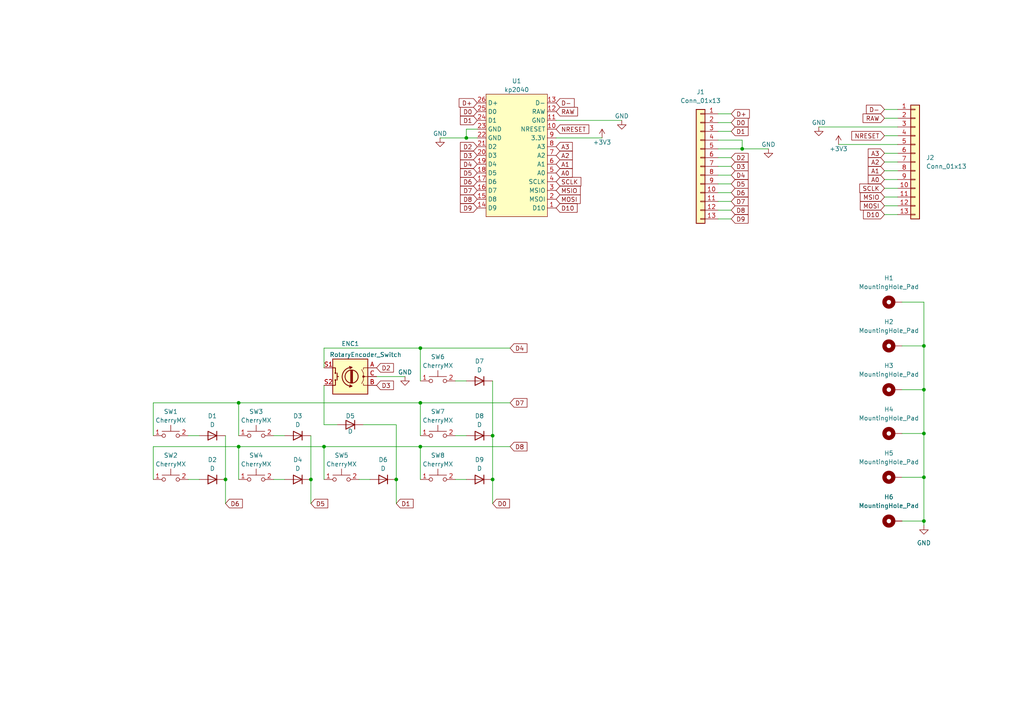
<source format=kicad_sch>
(kicad_sch (version 20211123) (generator eeschema)

  (uuid e63e39d7-6ac0-4ffd-8aa3-1841a4541b55)

  (paper "A4")

  (lib_symbols
    (symbol "Connector_Generic:Conn_01x13" (pin_names (offset 1.016) hide) (in_bom yes) (on_board yes)
      (property "Reference" "J" (id 0) (at 0 17.78 0)
        (effects (font (size 1.27 1.27)))
      )
      (property "Value" "Conn_01x13" (id 1) (at 0 -17.78 0)
        (effects (font (size 1.27 1.27)))
      )
      (property "Footprint" "" (id 2) (at 0 0 0)
        (effects (font (size 1.27 1.27)) hide)
      )
      (property "Datasheet" "~" (id 3) (at 0 0 0)
        (effects (font (size 1.27 1.27)) hide)
      )
      (property "ki_keywords" "connector" (id 4) (at 0 0 0)
        (effects (font (size 1.27 1.27)) hide)
      )
      (property "ki_description" "Generic connector, single row, 01x13, script generated (kicad-library-utils/schlib/autogen/connector/)" (id 5) (at 0 0 0)
        (effects (font (size 1.27 1.27)) hide)
      )
      (property "ki_fp_filters" "Connector*:*_1x??_*" (id 6) (at 0 0 0)
        (effects (font (size 1.27 1.27)) hide)
      )
      (symbol "Conn_01x13_1_1"
        (rectangle (start -1.27 -15.113) (end 0 -15.367)
          (stroke (width 0.1524) (type default) (color 0 0 0 0))
          (fill (type none))
        )
        (rectangle (start -1.27 -12.573) (end 0 -12.827)
          (stroke (width 0.1524) (type default) (color 0 0 0 0))
          (fill (type none))
        )
        (rectangle (start -1.27 -10.033) (end 0 -10.287)
          (stroke (width 0.1524) (type default) (color 0 0 0 0))
          (fill (type none))
        )
        (rectangle (start -1.27 -7.493) (end 0 -7.747)
          (stroke (width 0.1524) (type default) (color 0 0 0 0))
          (fill (type none))
        )
        (rectangle (start -1.27 -4.953) (end 0 -5.207)
          (stroke (width 0.1524) (type default) (color 0 0 0 0))
          (fill (type none))
        )
        (rectangle (start -1.27 -2.413) (end 0 -2.667)
          (stroke (width 0.1524) (type default) (color 0 0 0 0))
          (fill (type none))
        )
        (rectangle (start -1.27 0.127) (end 0 -0.127)
          (stroke (width 0.1524) (type default) (color 0 0 0 0))
          (fill (type none))
        )
        (rectangle (start -1.27 2.667) (end 0 2.413)
          (stroke (width 0.1524) (type default) (color 0 0 0 0))
          (fill (type none))
        )
        (rectangle (start -1.27 5.207) (end 0 4.953)
          (stroke (width 0.1524) (type default) (color 0 0 0 0))
          (fill (type none))
        )
        (rectangle (start -1.27 7.747) (end 0 7.493)
          (stroke (width 0.1524) (type default) (color 0 0 0 0))
          (fill (type none))
        )
        (rectangle (start -1.27 10.287) (end 0 10.033)
          (stroke (width 0.1524) (type default) (color 0 0 0 0))
          (fill (type none))
        )
        (rectangle (start -1.27 12.827) (end 0 12.573)
          (stroke (width 0.1524) (type default) (color 0 0 0 0))
          (fill (type none))
        )
        (rectangle (start -1.27 15.367) (end 0 15.113)
          (stroke (width 0.1524) (type default) (color 0 0 0 0))
          (fill (type none))
        )
        (rectangle (start -1.27 16.51) (end 1.27 -16.51)
          (stroke (width 0.254) (type default) (color 0 0 0 0))
          (fill (type background))
        )
        (pin passive line (at -5.08 15.24 0) (length 3.81)
          (name "Pin_1" (effects (font (size 1.27 1.27))))
          (number "1" (effects (font (size 1.27 1.27))))
        )
        (pin passive line (at -5.08 -7.62 0) (length 3.81)
          (name "Pin_10" (effects (font (size 1.27 1.27))))
          (number "10" (effects (font (size 1.27 1.27))))
        )
        (pin passive line (at -5.08 -10.16 0) (length 3.81)
          (name "Pin_11" (effects (font (size 1.27 1.27))))
          (number "11" (effects (font (size 1.27 1.27))))
        )
        (pin passive line (at -5.08 -12.7 0) (length 3.81)
          (name "Pin_12" (effects (font (size 1.27 1.27))))
          (number "12" (effects (font (size 1.27 1.27))))
        )
        (pin passive line (at -5.08 -15.24 0) (length 3.81)
          (name "Pin_13" (effects (font (size 1.27 1.27))))
          (number "13" (effects (font (size 1.27 1.27))))
        )
        (pin passive line (at -5.08 12.7 0) (length 3.81)
          (name "Pin_2" (effects (font (size 1.27 1.27))))
          (number "2" (effects (font (size 1.27 1.27))))
        )
        (pin passive line (at -5.08 10.16 0) (length 3.81)
          (name "Pin_3" (effects (font (size 1.27 1.27))))
          (number "3" (effects (font (size 1.27 1.27))))
        )
        (pin passive line (at -5.08 7.62 0) (length 3.81)
          (name "Pin_4" (effects (font (size 1.27 1.27))))
          (number "4" (effects (font (size 1.27 1.27))))
        )
        (pin passive line (at -5.08 5.08 0) (length 3.81)
          (name "Pin_5" (effects (font (size 1.27 1.27))))
          (number "5" (effects (font (size 1.27 1.27))))
        )
        (pin passive line (at -5.08 2.54 0) (length 3.81)
          (name "Pin_6" (effects (font (size 1.27 1.27))))
          (number "6" (effects (font (size 1.27 1.27))))
        )
        (pin passive line (at -5.08 0 0) (length 3.81)
          (name "Pin_7" (effects (font (size 1.27 1.27))))
          (number "7" (effects (font (size 1.27 1.27))))
        )
        (pin passive line (at -5.08 -2.54 0) (length 3.81)
          (name "Pin_8" (effects (font (size 1.27 1.27))))
          (number "8" (effects (font (size 1.27 1.27))))
        )
        (pin passive line (at -5.08 -5.08 0) (length 3.81)
          (name "Pin_9" (effects (font (size 1.27 1.27))))
          (number "9" (effects (font (size 1.27 1.27))))
        )
      )
    )
    (symbol "Device:D" (pin_numbers hide) (pin_names (offset 1.016) hide) (in_bom yes) (on_board yes)
      (property "Reference" "D" (id 0) (at 0 2.54 0)
        (effects (font (size 1.27 1.27)))
      )
      (property "Value" "D" (id 1) (at 0 -2.54 0)
        (effects (font (size 1.27 1.27)))
      )
      (property "Footprint" "" (id 2) (at 0 0 0)
        (effects (font (size 1.27 1.27)) hide)
      )
      (property "Datasheet" "~" (id 3) (at 0 0 0)
        (effects (font (size 1.27 1.27)) hide)
      )
      (property "ki_keywords" "diode" (id 4) (at 0 0 0)
        (effects (font (size 1.27 1.27)) hide)
      )
      (property "ki_description" "Diode" (id 5) (at 0 0 0)
        (effects (font (size 1.27 1.27)) hide)
      )
      (property "ki_fp_filters" "TO-???* *_Diode_* *SingleDiode* D_*" (id 6) (at 0 0 0)
        (effects (font (size 1.27 1.27)) hide)
      )
      (symbol "D_0_1"
        (polyline
          (pts
            (xy -1.27 1.27)
            (xy -1.27 -1.27)
          )
          (stroke (width 0.254) (type default) (color 0 0 0 0))
          (fill (type none))
        )
        (polyline
          (pts
            (xy 1.27 0)
            (xy -1.27 0)
          )
          (stroke (width 0) (type default) (color 0 0 0 0))
          (fill (type none))
        )
        (polyline
          (pts
            (xy 1.27 1.27)
            (xy 1.27 -1.27)
            (xy -1.27 0)
            (xy 1.27 1.27)
          )
          (stroke (width 0.254) (type default) (color 0 0 0 0))
          (fill (type none))
        )
      )
      (symbol "D_1_1"
        (pin passive line (at -3.81 0 0) (length 2.54)
          (name "K" (effects (font (size 1.27 1.27))))
          (number "1" (effects (font (size 1.27 1.27))))
        )
        (pin passive line (at 3.81 0 180) (length 2.54)
          (name "A" (effects (font (size 1.27 1.27))))
          (number "2" (effects (font (size 1.27 1.27))))
        )
      )
    )
    (symbol "Device:RotaryEncoder_Switch" (pin_names (offset 0.254) hide) (in_bom yes) (on_board yes)
      (property "Reference" "SW" (id 0) (at 0 6.604 0)
        (effects (font (size 1.27 1.27)))
      )
      (property "Value" "RotaryEncoder_Switch" (id 1) (at 0 -6.604 0)
        (effects (font (size 1.27 1.27)))
      )
      (property "Footprint" "" (id 2) (at -3.81 4.064 0)
        (effects (font (size 1.27 1.27)) hide)
      )
      (property "Datasheet" "~" (id 3) (at 0 6.604 0)
        (effects (font (size 1.27 1.27)) hide)
      )
      (property "ki_keywords" "rotary switch encoder switch push button" (id 4) (at 0 0 0)
        (effects (font (size 1.27 1.27)) hide)
      )
      (property "ki_description" "Rotary encoder, dual channel, incremental quadrate outputs, with switch" (id 5) (at 0 0 0)
        (effects (font (size 1.27 1.27)) hide)
      )
      (property "ki_fp_filters" "RotaryEncoder*Switch*" (id 6) (at 0 0 0)
        (effects (font (size 1.27 1.27)) hide)
      )
      (symbol "RotaryEncoder_Switch_0_1"
        (rectangle (start -5.08 5.08) (end 5.08 -5.08)
          (stroke (width 0.254) (type default) (color 0 0 0 0))
          (fill (type background))
        )
        (circle (center -3.81 0) (radius 0.254)
          (stroke (width 0) (type default) (color 0 0 0 0))
          (fill (type outline))
        )
        (arc (start -0.381 -2.794) (mid 2.3622 -0.0635) (end -0.381 2.667)
          (stroke (width 0.254) (type default) (color 0 0 0 0))
          (fill (type none))
        )
        (circle (center -0.381 0) (radius 1.905)
          (stroke (width 0.254) (type default) (color 0 0 0 0))
          (fill (type none))
        )
        (polyline
          (pts
            (xy -0.635 -1.778)
            (xy -0.635 1.778)
          )
          (stroke (width 0.254) (type default) (color 0 0 0 0))
          (fill (type none))
        )
        (polyline
          (pts
            (xy -0.381 -1.778)
            (xy -0.381 1.778)
          )
          (stroke (width 0.254) (type default) (color 0 0 0 0))
          (fill (type none))
        )
        (polyline
          (pts
            (xy -0.127 1.778)
            (xy -0.127 -1.778)
          )
          (stroke (width 0.254) (type default) (color 0 0 0 0))
          (fill (type none))
        )
        (polyline
          (pts
            (xy 3.81 0)
            (xy 3.429 0)
          )
          (stroke (width 0.254) (type default) (color 0 0 0 0))
          (fill (type none))
        )
        (polyline
          (pts
            (xy 3.81 1.016)
            (xy 3.81 -1.016)
          )
          (stroke (width 0.254) (type default) (color 0 0 0 0))
          (fill (type none))
        )
        (polyline
          (pts
            (xy -5.08 -2.54)
            (xy -3.81 -2.54)
            (xy -3.81 -2.032)
          )
          (stroke (width 0) (type default) (color 0 0 0 0))
          (fill (type none))
        )
        (polyline
          (pts
            (xy -5.08 2.54)
            (xy -3.81 2.54)
            (xy -3.81 2.032)
          )
          (stroke (width 0) (type default) (color 0 0 0 0))
          (fill (type none))
        )
        (polyline
          (pts
            (xy 0.254 -3.048)
            (xy -0.508 -2.794)
            (xy 0.127 -2.413)
          )
          (stroke (width 0.254) (type default) (color 0 0 0 0))
          (fill (type none))
        )
        (polyline
          (pts
            (xy 0.254 2.921)
            (xy -0.508 2.667)
            (xy 0.127 2.286)
          )
          (stroke (width 0.254) (type default) (color 0 0 0 0))
          (fill (type none))
        )
        (polyline
          (pts
            (xy 5.08 -2.54)
            (xy 4.318 -2.54)
            (xy 4.318 -1.016)
          )
          (stroke (width 0.254) (type default) (color 0 0 0 0))
          (fill (type none))
        )
        (polyline
          (pts
            (xy 5.08 2.54)
            (xy 4.318 2.54)
            (xy 4.318 1.016)
          )
          (stroke (width 0.254) (type default) (color 0 0 0 0))
          (fill (type none))
        )
        (polyline
          (pts
            (xy -5.08 0)
            (xy -3.81 0)
            (xy -3.81 -1.016)
            (xy -3.302 -2.032)
          )
          (stroke (width 0) (type default) (color 0 0 0 0))
          (fill (type none))
        )
        (polyline
          (pts
            (xy -4.318 0)
            (xy -3.81 0)
            (xy -3.81 1.016)
            (xy -3.302 2.032)
          )
          (stroke (width 0) (type default) (color 0 0 0 0))
          (fill (type none))
        )
        (circle (center 4.318 -1.016) (radius 0.127)
          (stroke (width 0.254) (type default) (color 0 0 0 0))
          (fill (type none))
        )
        (circle (center 4.318 1.016) (radius 0.127)
          (stroke (width 0.254) (type default) (color 0 0 0 0))
          (fill (type none))
        )
      )
      (symbol "RotaryEncoder_Switch_1_1"
        (pin passive line (at -7.62 2.54 0) (length 2.54)
          (name "A" (effects (font (size 1.27 1.27))))
          (number "A" (effects (font (size 1.27 1.27))))
        )
        (pin passive line (at -7.62 -2.54 0) (length 2.54)
          (name "B" (effects (font (size 1.27 1.27))))
          (number "B" (effects (font (size 1.27 1.27))))
        )
        (pin passive line (at -7.62 0 0) (length 2.54)
          (name "C" (effects (font (size 1.27 1.27))))
          (number "C" (effects (font (size 1.27 1.27))))
        )
        (pin passive line (at 7.62 2.54 180) (length 2.54)
          (name "S1" (effects (font (size 1.27 1.27))))
          (number "S1" (effects (font (size 1.27 1.27))))
        )
        (pin passive line (at 7.62 -2.54 180) (length 2.54)
          (name "S2" (effects (font (size 1.27 1.27))))
          (number "S2" (effects (font (size 1.27 1.27))))
        )
      )
    )
    (symbol "KP2040:kp2040" (in_bom yes) (on_board yes)
      (property "Reference" "U1" (id 0) (at 0 20.32 0)
        (effects (font (size 1.27 1.27)))
      )
      (property "Value" "kp2040" (id 1) (at 0 17.78 0)
        (effects (font (size 1.27 1.27)))
      )
      (property "Footprint" "KP2040:kp2040" (id 2) (at 0 22.86 0)
        (effects (font (size 1.27 1.27)) hide)
      )
      (property "Datasheet" "" (id 3) (at 3.81 7.62 0)
        (effects (font (size 1.27 1.27)) hide)
      )
      (symbol "kp2040_0_1"
        (rectangle (start -8.89 16.51) (end 8.89 -19.05)
          (stroke (width 0) (type default) (color 0 0 0 0))
          (fill (type background))
        )
      )
      (symbol "kp2040_1_1"
        (pin passive line (at 11.43 -16.51 180) (length 2.54)
          (name "D10" (effects (font (size 1.27 1.27))))
          (number "1" (effects (font (size 1.27 1.27))))
        )
        (pin passive line (at 11.43 6.35 180) (length 2.54)
          (name "NRESET" (effects (font (size 1.27 1.27))))
          (number "10" (effects (font (size 1.27 1.27))))
        )
        (pin passive line (at 11.43 8.89 180) (length 2.54)
          (name "GND" (effects (font (size 1.27 1.27))))
          (number "11" (effects (font (size 1.27 1.27))))
        )
        (pin passive line (at 11.43 11.43 180) (length 2.54)
          (name "RAW" (effects (font (size 1.27 1.27))))
          (number "12" (effects (font (size 1.27 1.27))))
        )
        (pin passive line (at 11.43 13.97 180) (length 2.54)
          (name "D-" (effects (font (size 1.27 1.27))))
          (number "13" (effects (font (size 1.27 1.27))))
        )
        (pin passive line (at -11.43 -16.51 0) (length 2.54)
          (name "D9" (effects (font (size 1.27 1.27))))
          (number "14" (effects (font (size 1.27 1.27))))
        )
        (pin passive line (at -11.43 -13.97 0) (length 2.54)
          (name "D8" (effects (font (size 1.27 1.27))))
          (number "15" (effects (font (size 1.27 1.27))))
        )
        (pin passive line (at -11.43 -11.43 0) (length 2.54)
          (name "D7" (effects (font (size 1.27 1.27))))
          (number "16" (effects (font (size 1.27 1.27))))
        )
        (pin passive line (at -11.43 -8.89 0) (length 2.54)
          (name "D6" (effects (font (size 1.27 1.27))))
          (number "17" (effects (font (size 1.27 1.27))))
        )
        (pin passive line (at -11.43 -6.35 0) (length 2.54)
          (name "D5" (effects (font (size 1.27 1.27))))
          (number "18" (effects (font (size 1.27 1.27))))
        )
        (pin passive line (at -11.43 -3.81 0) (length 2.54)
          (name "D4" (effects (font (size 1.27 1.27))))
          (number "19" (effects (font (size 1.27 1.27))))
        )
        (pin passive line (at 11.43 -13.97 180) (length 2.54)
          (name "MSOI" (effects (font (size 1.27 1.27))))
          (number "2" (effects (font (size 1.27 1.27))))
        )
        (pin passive line (at -11.43 -1.27 0) (length 2.54)
          (name "D3" (effects (font (size 1.27 1.27))))
          (number "20" (effects (font (size 1.27 1.27))))
        )
        (pin passive line (at -11.43 1.27 0) (length 2.54)
          (name "D2" (effects (font (size 1.27 1.27))))
          (number "21" (effects (font (size 1.27 1.27))))
        )
        (pin passive line (at -11.43 3.81 0) (length 2.54)
          (name "GND" (effects (font (size 1.27 1.27))))
          (number "22" (effects (font (size 1.27 1.27))))
        )
        (pin passive line (at -11.43 6.35 0) (length 2.54)
          (name "GND" (effects (font (size 1.27 1.27))))
          (number "23" (effects (font (size 1.27 1.27))))
        )
        (pin passive line (at -11.43 8.89 0) (length 2.54)
          (name "D1" (effects (font (size 1.27 1.27))))
          (number "24" (effects (font (size 1.27 1.27))))
        )
        (pin passive line (at -11.43 11.43 0) (length 2.54)
          (name "D0" (effects (font (size 1.27 1.27))))
          (number "25" (effects (font (size 1.27 1.27))))
        )
        (pin passive line (at -11.43 13.97 0) (length 2.54)
          (name "D+" (effects (font (size 1.27 1.27))))
          (number "26" (effects (font (size 1.27 1.27))))
        )
        (pin passive line (at 11.43 -11.43 180) (length 2.54)
          (name "MSIO" (effects (font (size 1.27 1.27))))
          (number "3" (effects (font (size 1.27 1.27))))
        )
        (pin passive line (at 11.43 -8.89 180) (length 2.54)
          (name "SCLK" (effects (font (size 1.27 1.27))))
          (number "4" (effects (font (size 1.27 1.27))))
        )
        (pin passive line (at 11.43 -6.35 180) (length 2.54)
          (name "A0" (effects (font (size 1.27 1.27))))
          (number "5" (effects (font (size 1.27 1.27))))
        )
        (pin passive line (at 11.43 -3.81 180) (length 2.54)
          (name "A1" (effects (font (size 1.27 1.27))))
          (number "6" (effects (font (size 1.27 1.27))))
        )
        (pin passive line (at 11.43 -1.27 180) (length 2.54)
          (name "A2" (effects (font (size 1.27 1.27))))
          (number "7" (effects (font (size 1.27 1.27))))
        )
        (pin passive line (at 11.43 1.27 180) (length 2.54)
          (name "A3" (effects (font (size 1.27 1.27))))
          (number "8" (effects (font (size 1.27 1.27))))
        )
        (pin output line (at 11.43 3.81 180) (length 2.54)
          (name "3.3V" (effects (font (size 1.27 1.27))))
          (number "9" (effects (font (size 1.27 1.27))))
        )
      )
    )
    (symbol "Mechanical:MountingHole_Pad" (pin_numbers hide) (pin_names (offset 1.016) hide) (in_bom yes) (on_board yes)
      (property "Reference" "H" (id 0) (at 0 6.35 0)
        (effects (font (size 1.27 1.27)))
      )
      (property "Value" "MountingHole_Pad" (id 1) (at 0 4.445 0)
        (effects (font (size 1.27 1.27)))
      )
      (property "Footprint" "" (id 2) (at 0 0 0)
        (effects (font (size 1.27 1.27)) hide)
      )
      (property "Datasheet" "~" (id 3) (at 0 0 0)
        (effects (font (size 1.27 1.27)) hide)
      )
      (property "ki_keywords" "mounting hole" (id 4) (at 0 0 0)
        (effects (font (size 1.27 1.27)) hide)
      )
      (property "ki_description" "Mounting Hole with connection" (id 5) (at 0 0 0)
        (effects (font (size 1.27 1.27)) hide)
      )
      (property "ki_fp_filters" "MountingHole*Pad*" (id 6) (at 0 0 0)
        (effects (font (size 1.27 1.27)) hide)
      )
      (symbol "MountingHole_Pad_0_1"
        (circle (center 0 1.27) (radius 1.27)
          (stroke (width 1.27) (type default) (color 0 0 0 0))
          (fill (type none))
        )
      )
      (symbol "MountingHole_Pad_1_1"
        (pin input line (at 0 -2.54 90) (length 2.54)
          (name "1" (effects (font (size 1.27 1.27))))
          (number "1" (effects (font (size 1.27 1.27))))
        )
      )
    )
    (symbol "cherry_mx_sym:CherryMX" (pin_names (offset 0.254)) (in_bom yes) (on_board yes)
      (property "Reference" "SW" (id 0) (at 2.54 3.175 0)
        (effects (font (size 1.27 1.27)))
      )
      (property "Value" "CherryMX" (id 1) (at 0 -1.905 0)
        (effects (font (size 1.27 1.27)))
      )
      (property "Footprint" "" (id 2) (at 0 0.635 0)
        (effects (font (size 1.27 1.27)) hide)
      )
      (property "Datasheet" "" (id 3) (at 0 0.635 0)
        (effects (font (size 1.27 1.27)) hide)
      )
      (symbol "CherryMX_1_1"
        (circle (center -2.032 0) (radius 0.508)
          (stroke (width 0) (type default) (color 0 0 0 0))
          (fill (type none))
        )
        (polyline
          (pts
            (xy 0 1.27)
            (xy 0 3.048)
          )
          (stroke (width 0) (type default) (color 0 0 0 0))
          (fill (type none))
        )
        (polyline
          (pts
            (xy 2.54 1.27)
            (xy -2.54 1.27)
          )
          (stroke (width 0) (type default) (color 0 0 0 0))
          (fill (type none))
        )
        (circle (center 2.032 0) (radius 0.508)
          (stroke (width 0) (type default) (color 0 0 0 0))
          (fill (type none))
        )
        (pin passive line (at -5.08 0 0) (length 2.54)
          (name "~" (effects (font (size 1.27 1.27))))
          (number "1" (effects (font (size 1.27 1.27))))
        )
        (pin passive line (at 5.08 0 180) (length 2.54)
          (name "~" (effects (font (size 1.27 1.27))))
          (number "2" (effects (font (size 1.27 1.27))))
        )
      )
    )
    (symbol "power:+3.3V" (power) (pin_names (offset 0)) (in_bom yes) (on_board yes)
      (property "Reference" "#PWR" (id 0) (at 0 -3.81 0)
        (effects (font (size 1.27 1.27)) hide)
      )
      (property "Value" "+3.3V" (id 1) (at 0 3.556 0)
        (effects (font (size 1.27 1.27)))
      )
      (property "Footprint" "" (id 2) (at 0 0 0)
        (effects (font (size 1.27 1.27)) hide)
      )
      (property "Datasheet" "" (id 3) (at 0 0 0)
        (effects (font (size 1.27 1.27)) hide)
      )
      (property "ki_keywords" "power-flag" (id 4) (at 0 0 0)
        (effects (font (size 1.27 1.27)) hide)
      )
      (property "ki_description" "Power symbol creates a global label with name \"+3.3V\"" (id 5) (at 0 0 0)
        (effects (font (size 1.27 1.27)) hide)
      )
      (symbol "+3.3V_0_1"
        (polyline
          (pts
            (xy -0.762 1.27)
            (xy 0 2.54)
          )
          (stroke (width 0) (type default) (color 0 0 0 0))
          (fill (type none))
        )
        (polyline
          (pts
            (xy 0 0)
            (xy 0 2.54)
          )
          (stroke (width 0) (type default) (color 0 0 0 0))
          (fill (type none))
        )
        (polyline
          (pts
            (xy 0 2.54)
            (xy 0.762 1.27)
          )
          (stroke (width 0) (type default) (color 0 0 0 0))
          (fill (type none))
        )
      )
      (symbol "+3.3V_1_1"
        (pin power_in line (at 0 0 90) (length 0) hide
          (name "+3V3" (effects (font (size 1.27 1.27))))
          (number "1" (effects (font (size 1.27 1.27))))
        )
      )
    )
    (symbol "power:GND" (power) (pin_names (offset 0)) (in_bom yes) (on_board yes)
      (property "Reference" "#PWR" (id 0) (at 0 -6.35 0)
        (effects (font (size 1.27 1.27)) hide)
      )
      (property "Value" "GND" (id 1) (at 0 -3.81 0)
        (effects (font (size 1.27 1.27)))
      )
      (property "Footprint" "" (id 2) (at 0 0 0)
        (effects (font (size 1.27 1.27)) hide)
      )
      (property "Datasheet" "" (id 3) (at 0 0 0)
        (effects (font (size 1.27 1.27)) hide)
      )
      (property "ki_keywords" "power-flag" (id 4) (at 0 0 0)
        (effects (font (size 1.27 1.27)) hide)
      )
      (property "ki_description" "Power symbol creates a global label with name \"GND\" , ground" (id 5) (at 0 0 0)
        (effects (font (size 1.27 1.27)) hide)
      )
      (symbol "GND_0_1"
        (polyline
          (pts
            (xy 0 0)
            (xy 0 -1.27)
            (xy 1.27 -1.27)
            (xy 0 -2.54)
            (xy -1.27 -1.27)
            (xy 0 -1.27)
          )
          (stroke (width 0) (type default) (color 0 0 0 0))
          (fill (type none))
        )
      )
      (symbol "GND_1_1"
        (pin power_in line (at 0 0 270) (length 0) hide
          (name "GND" (effects (font (size 1.27 1.27))))
          (number "1" (effects (font (size 1.27 1.27))))
        )
      )
    )
  )

  (junction (at 114.935 139.065) (diameter 0) (color 0 0 0 0)
    (uuid 0f845e79-e967-4faf-bc73-7ce854cec2f7)
  )
  (junction (at 69.215 129.54) (diameter 0) (color 0 0 0 0)
    (uuid 2861248e-bb65-41e5-952c-c366a7094519)
  )
  (junction (at 267.97 138.43) (diameter 0) (color 0 0 0 0)
    (uuid 3a90601b-efda-4eec-9fb1-ca55b552fe2f)
  )
  (junction (at 267.97 125.73) (diameter 0) (color 0 0 0 0)
    (uuid 4bddd06a-4eef-49f6-a935-7f11f01416b5)
  )
  (junction (at 267.97 100.33) (diameter 0) (color 0 0 0 0)
    (uuid 53d44450-6005-499f-b855-991edbfff909)
  )
  (junction (at 121.92 116.84) (diameter 0) (color 0 0 0 0)
    (uuid 5b35b98f-df6e-4a4b-9000-f46c86ab3e0f)
  )
  (junction (at 93.98 129.54) (diameter 0) (color 0 0 0 0)
    (uuid 6b3138fb-37a6-4cdb-918c-e238def4c94a)
  )
  (junction (at 69.215 116.84) (diameter 0) (color 0 0 0 0)
    (uuid 6c3b3659-645e-4072-af7e-074134038626)
  )
  (junction (at 65.405 139.065) (diameter 0) (color 0 0 0 0)
    (uuid 8901b55f-ec61-44e5-a9db-df3fda309f28)
  )
  (junction (at 215.265 43.18) (diameter 0) (color 0 0 0 0)
    (uuid 93d4610b-14e5-4acd-b445-a00bf6bdbc69)
  )
  (junction (at 135.255 40.005) (diameter 0) (color 0 0 0 0)
    (uuid 93f614ea-72c1-4fb4-82b8-9375a72c1e5f)
  )
  (junction (at 121.92 100.965) (diameter 0) (color 0 0 0 0)
    (uuid a3cf4361-bf2d-446a-9836-200ce256955b)
  )
  (junction (at 267.97 113.03) (diameter 0) (color 0 0 0 0)
    (uuid ac4cdb71-e650-473f-b0b1-27ce60b39880)
  )
  (junction (at 142.875 126.365) (diameter 0) (color 0 0 0 0)
    (uuid dfb32a51-ea44-4d35-9f67-f5d92c9f8691)
  )
  (junction (at 90.17 139.065) (diameter 0) (color 0 0 0 0)
    (uuid e4a25ccc-df5c-4653-a31d-9a3c975870e1)
  )
  (junction (at 121.92 129.54) (diameter 0) (color 0 0 0 0)
    (uuid f5721e33-78ec-4855-8cbb-45793983dcc2)
  )
  (junction (at 267.97 151.13) (diameter 0) (color 0 0 0 0)
    (uuid faa3001f-8bb6-4f43-a6cb-f8af114d3f66)
  )
  (junction (at 142.875 139.065) (diameter 0) (color 0 0 0 0)
    (uuid fb8749fd-1b3b-4f6d-afce-87f009b74a82)
  )

  (wire (pts (xy 267.97 138.43) (xy 267.97 151.13))
    (stroke (width 0) (type default) (color 0 0 0 0))
    (uuid 0290ad62-1aea-400d-ad10-67e8d211d88e)
  )
  (wire (pts (xy 65.405 126.365) (xy 65.405 139.065))
    (stroke (width 0) (type default) (color 0 0 0 0))
    (uuid 02ab8e82-2d0c-4dba-b147-0ba61dcc9f0e)
  )
  (wire (pts (xy 127.635 40.005) (xy 135.255 40.005))
    (stroke (width 0) (type default) (color 0 0 0 0))
    (uuid 04a6cd4f-98d4-468f-940f-03dcd2674e34)
  )
  (wire (pts (xy 132.08 139.065) (xy 135.255 139.065))
    (stroke (width 0) (type default) (color 0 0 0 0))
    (uuid 05c14836-41ea-463c-97e0-542e8bcb3d5a)
  )
  (wire (pts (xy 256.54 52.07) (xy 260.35 52.07))
    (stroke (width 0) (type default) (color 0 0 0 0))
    (uuid 08350092-d004-4d88-ad3b-41c1eb89e443)
  )
  (wire (pts (xy 256.54 39.37) (xy 260.35 39.37))
    (stroke (width 0) (type default) (color 0 0 0 0))
    (uuid 0895ce9c-ccdc-4767-8432-c7745f0ec934)
  )
  (wire (pts (xy 93.98 106.68) (xy 93.98 100.965))
    (stroke (width 0) (type default) (color 0 0 0 0))
    (uuid 0caaa944-ba9a-4144-9948-73d8bedb3021)
  )
  (wire (pts (xy 161.29 40.005) (xy 174.625 40.005))
    (stroke (width 0) (type default) (color 0 0 0 0))
    (uuid 14ec342d-8d77-490b-b9f9-bdf22d760fe2)
  )
  (wire (pts (xy 267.97 100.33) (xy 267.97 113.03))
    (stroke (width 0) (type default) (color 0 0 0 0))
    (uuid 168eb902-e544-4676-953d-c97f7b422e76)
  )
  (wire (pts (xy 142.875 110.49) (xy 142.875 126.365))
    (stroke (width 0) (type default) (color 0 0 0 0))
    (uuid 1778a51c-b3e7-4f84-bafd-3ed623a71fb5)
  )
  (wire (pts (xy 212.09 60.96) (xy 208.28 60.96))
    (stroke (width 0) (type default) (color 0 0 0 0))
    (uuid 17887fd3-f6b2-4752-a836-a77bcc157346)
  )
  (wire (pts (xy 121.92 100.965) (xy 147.955 100.965))
    (stroke (width 0) (type default) (color 0 0 0 0))
    (uuid 199e29dd-fafc-4623-8e4f-d33887321081)
  )
  (wire (pts (xy 44.45 116.84) (xy 69.215 116.84))
    (stroke (width 0) (type default) (color 0 0 0 0))
    (uuid 1b54c6fd-6c48-4951-9dd7-587575720fa0)
  )
  (wire (pts (xy 212.09 35.56) (xy 208.28 35.56))
    (stroke (width 0) (type default) (color 0 0 0 0))
    (uuid 1cc27e2b-f087-415d-b20a-d78eef844ede)
  )
  (wire (pts (xy 44.45 126.365) (xy 44.45 116.84))
    (stroke (width 0) (type default) (color 0 0 0 0))
    (uuid 203d6ac5-c7e9-4717-b750-1c04ba99f248)
  )
  (wire (pts (xy 222.885 43.18) (xy 215.265 43.18))
    (stroke (width 0) (type default) (color 0 0 0 0))
    (uuid 28187a90-8741-4abf-8f53-b7966a28f3e9)
  )
  (wire (pts (xy 215.265 40.64) (xy 215.265 43.18))
    (stroke (width 0) (type default) (color 0 0 0 0))
    (uuid 2d0ba5a9-89b1-4a68-bed1-020e22bcfbff)
  )
  (wire (pts (xy 114.935 123.19) (xy 114.935 139.065))
    (stroke (width 0) (type default) (color 0 0 0 0))
    (uuid 3262d755-d99a-430f-a4d7-295312942c19)
  )
  (wire (pts (xy 256.54 54.61) (xy 260.35 54.61))
    (stroke (width 0) (type default) (color 0 0 0 0))
    (uuid 37e0f268-9a9b-417a-b648-094ba15b8954)
  )
  (wire (pts (xy 212.09 50.8) (xy 208.28 50.8))
    (stroke (width 0) (type default) (color 0 0 0 0))
    (uuid 38840769-b067-4903-b761-fa67fe236bde)
  )
  (wire (pts (xy 44.45 129.54) (xy 69.215 129.54))
    (stroke (width 0) (type default) (color 0 0 0 0))
    (uuid 39c4e367-9840-4adb-9166-1d3cfa5255f8)
  )
  (wire (pts (xy 161.29 34.925) (xy 180.34 34.925))
    (stroke (width 0) (type default) (color 0 0 0 0))
    (uuid 3bfc4cad-71b3-46a9-9f7a-ada5fb0fbb8c)
  )
  (wire (pts (xy 121.92 126.365) (xy 121.92 116.84))
    (stroke (width 0) (type default) (color 0 0 0 0))
    (uuid 3c6fecbf-a064-4754-932d-8218b57a3baa)
  )
  (wire (pts (xy 256.54 44.45) (xy 260.35 44.45))
    (stroke (width 0) (type default) (color 0 0 0 0))
    (uuid 3cd107d3-c6a7-4254-9209-0b9ac70966b7)
  )
  (wire (pts (xy 69.215 116.84) (xy 121.92 116.84))
    (stroke (width 0) (type default) (color 0 0 0 0))
    (uuid 421e5c7c-f205-4720-93d7-2d3dbf5cd6bb)
  )
  (wire (pts (xy 93.98 139.065) (xy 93.98 129.54))
    (stroke (width 0) (type default) (color 0 0 0 0))
    (uuid 48150c8f-ed5c-4084-8383-48edf49117da)
  )
  (wire (pts (xy 93.98 111.76) (xy 93.98 123.19))
    (stroke (width 0) (type default) (color 0 0 0 0))
    (uuid 4ce5cab9-ba91-453b-96ad-eceee451a1dd)
  )
  (wire (pts (xy 256.54 57.15) (xy 260.35 57.15))
    (stroke (width 0) (type default) (color 0 0 0 0))
    (uuid 58c03e21-c43c-48ed-93df-4eaa12a6347e)
  )
  (wire (pts (xy 121.92 129.54) (xy 147.955 129.54))
    (stroke (width 0) (type default) (color 0 0 0 0))
    (uuid 5a437e7f-b863-45a9-b885-3189a467aa07)
  )
  (wire (pts (xy 114.935 139.065) (xy 114.935 146.05))
    (stroke (width 0) (type default) (color 0 0 0 0))
    (uuid 5d80e5c2-3fcb-4b65-ac20-36042f118004)
  )
  (wire (pts (xy 243.205 41.91) (xy 260.35 41.91))
    (stroke (width 0) (type default) (color 0 0 0 0))
    (uuid 6121701e-03db-4c03-8613-ed1c7c397e55)
  )
  (wire (pts (xy 256.54 46.99) (xy 260.35 46.99))
    (stroke (width 0) (type default) (color 0 0 0 0))
    (uuid 62da4944-efd6-4146-9e24-7534afda4788)
  )
  (wire (pts (xy 69.215 139.065) (xy 69.215 129.54))
    (stroke (width 0) (type default) (color 0 0 0 0))
    (uuid 639595a7-5727-4eb1-aad4-b34a7758a21f)
  )
  (wire (pts (xy 93.98 129.54) (xy 121.92 129.54))
    (stroke (width 0) (type default) (color 0 0 0 0))
    (uuid 642cb0d6-8b8b-47bd-8b56-c7a9acbafee3)
  )
  (wire (pts (xy 121.92 110.49) (xy 121.92 100.965))
    (stroke (width 0) (type default) (color 0 0 0 0))
    (uuid 6a41c9b2-6b33-492f-aca4-31983a85e71b)
  )
  (wire (pts (xy 132.08 126.365) (xy 135.255 126.365))
    (stroke (width 0) (type default) (color 0 0 0 0))
    (uuid 6a4ddee4-6810-4d9c-b74e-4b6172fd6ec1)
  )
  (wire (pts (xy 54.61 139.065) (xy 57.785 139.065))
    (stroke (width 0) (type default) (color 0 0 0 0))
    (uuid 6c7385f5-ea3a-4e90-9bfb-bc75cfbc1a4d)
  )
  (wire (pts (xy 79.375 139.065) (xy 82.55 139.065))
    (stroke (width 0) (type default) (color 0 0 0 0))
    (uuid 73849fb5-c6f6-4f1f-b816-44780bea6ad2)
  )
  (wire (pts (xy 121.92 139.065) (xy 121.92 129.54))
    (stroke (width 0) (type default) (color 0 0 0 0))
    (uuid 74a7aa63-da33-4e76-a2aa-a2d4664a312c)
  )
  (wire (pts (xy 261.62 100.33) (xy 267.97 100.33))
    (stroke (width 0) (type default) (color 0 0 0 0))
    (uuid 74ba9674-f1d5-4dbe-9504-de5e8cdcbc65)
  )
  (wire (pts (xy 261.62 151.13) (xy 267.97 151.13))
    (stroke (width 0) (type default) (color 0 0 0 0))
    (uuid 7509cc82-e584-4c0e-be44-a12e2574d9b5)
  )
  (wire (pts (xy 267.97 151.13) (xy 267.97 152.4))
    (stroke (width 0) (type default) (color 0 0 0 0))
    (uuid 7b7dfa83-7465-430c-a6f1-b8650774b528)
  )
  (wire (pts (xy 69.215 116.84) (xy 69.215 126.365))
    (stroke (width 0) (type default) (color 0 0 0 0))
    (uuid 8a7c56b2-eaca-4466-be1f-5bdc92d05e3c)
  )
  (wire (pts (xy 261.62 125.73) (xy 267.97 125.73))
    (stroke (width 0) (type default) (color 0 0 0 0))
    (uuid 8c715c6b-efae-4d1f-8d8d-2d13d8285826)
  )
  (wire (pts (xy 212.09 45.72) (xy 208.28 45.72))
    (stroke (width 0) (type default) (color 0 0 0 0))
    (uuid 8e9d6f90-40b9-41b3-875e-c7f3f77f3cd8)
  )
  (wire (pts (xy 142.875 126.365) (xy 142.875 139.065))
    (stroke (width 0) (type default) (color 0 0 0 0))
    (uuid 8f4e184d-a103-4dfd-a6a6-bd355d16ea14)
  )
  (wire (pts (xy 65.405 139.065) (xy 65.405 146.05))
    (stroke (width 0) (type default) (color 0 0 0 0))
    (uuid 90de7d85-9562-4dd5-9dbe-d21cb9daab43)
  )
  (wire (pts (xy 109.22 109.22) (xy 117.475 109.22))
    (stroke (width 0) (type default) (color 0 0 0 0))
    (uuid 960d35e2-0955-48c2-83ca-52203235663b)
  )
  (wire (pts (xy 261.62 87.63) (xy 267.97 87.63))
    (stroke (width 0) (type default) (color 0 0 0 0))
    (uuid 9bd38d38-bb28-43c6-9f4a-384bb2401edf)
  )
  (wire (pts (xy 138.43 37.465) (xy 135.255 37.465))
    (stroke (width 0) (type default) (color 0 0 0 0))
    (uuid 9c2e2b15-2524-422b-b64c-26c372475aac)
  )
  (wire (pts (xy 212.09 38.1) (xy 208.28 38.1))
    (stroke (width 0) (type default) (color 0 0 0 0))
    (uuid 9c9933a2-1bd9-4da3-a99c-529f4e04ab02)
  )
  (wire (pts (xy 212.09 53.34) (xy 208.28 53.34))
    (stroke (width 0) (type default) (color 0 0 0 0))
    (uuid 9d444b1b-a013-43ef-a3f5-ffbf4b92e736)
  )
  (wire (pts (xy 121.92 116.84) (xy 147.955 116.84))
    (stroke (width 0) (type default) (color 0 0 0 0))
    (uuid a1aef85a-1024-496d-82e4-82ad1350c39b)
  )
  (wire (pts (xy 267.97 113.03) (xy 267.97 125.73))
    (stroke (width 0) (type default) (color 0 0 0 0))
    (uuid a3a33cc7-b0df-4299-bb1d-ba7353cb03c0)
  )
  (wire (pts (xy 90.17 139.065) (xy 90.17 146.05))
    (stroke (width 0) (type default) (color 0 0 0 0))
    (uuid a697c2f3-63d2-4731-8ba6-3fb47ef98847)
  )
  (wire (pts (xy 256.54 49.53) (xy 260.35 49.53))
    (stroke (width 0) (type default) (color 0 0 0 0))
    (uuid a76fd0eb-c825-42fc-bd7c-224a88cfe960)
  )
  (wire (pts (xy 237.49 36.83) (xy 260.35 36.83))
    (stroke (width 0) (type default) (color 0 0 0 0))
    (uuid acd163fb-5b53-4e59-b637-efd957683efa)
  )
  (wire (pts (xy 93.98 123.19) (xy 97.79 123.19))
    (stroke (width 0) (type default) (color 0 0 0 0))
    (uuid adcfca79-0e05-48fa-b8ab-f64761b5bf9d)
  )
  (wire (pts (xy 135.255 40.005) (xy 138.43 40.005))
    (stroke (width 0) (type default) (color 0 0 0 0))
    (uuid aed12e13-4eef-4ad0-8fbd-d30c87d7999c)
  )
  (wire (pts (xy 256.54 59.69) (xy 260.35 59.69))
    (stroke (width 0) (type default) (color 0 0 0 0))
    (uuid b730995a-3539-4f5f-bbe8-67acad24bfa5)
  )
  (wire (pts (xy 212.09 48.26) (xy 208.28 48.26))
    (stroke (width 0) (type default) (color 0 0 0 0))
    (uuid bdb73d75-3619-425b-b39c-87b2ab75540c)
  )
  (wire (pts (xy 256.54 62.23) (xy 260.35 62.23))
    (stroke (width 0) (type default) (color 0 0 0 0))
    (uuid bf99a117-0b27-49ec-ad44-5a043bf77ba2)
  )
  (wire (pts (xy 261.62 138.43) (xy 267.97 138.43))
    (stroke (width 0) (type default) (color 0 0 0 0))
    (uuid c0380b45-c69a-4e3b-b0d0-76728e54561b)
  )
  (wire (pts (xy 212.09 33.02) (xy 208.28 33.02))
    (stroke (width 0) (type default) (color 0 0 0 0))
    (uuid c220b432-3223-4662-8e80-5e2aa30ec924)
  )
  (wire (pts (xy 54.61 126.365) (xy 57.785 126.365))
    (stroke (width 0) (type default) (color 0 0 0 0))
    (uuid c3c11dfc-23c9-4c73-ab98-5972c49d4c48)
  )
  (wire (pts (xy 261.62 113.03) (xy 267.97 113.03))
    (stroke (width 0) (type default) (color 0 0 0 0))
    (uuid c491206e-1b9f-4741-8b53-ca86001ffbda)
  )
  (wire (pts (xy 208.28 43.18) (xy 215.265 43.18))
    (stroke (width 0) (type default) (color 0 0 0 0))
    (uuid c9c95347-e22e-41fd-934a-bb76df08190e)
  )
  (wire (pts (xy 212.09 63.5) (xy 208.28 63.5))
    (stroke (width 0) (type default) (color 0 0 0 0))
    (uuid cbc58df4-3a4b-4315-8841-5a9d87b8799e)
  )
  (wire (pts (xy 104.14 139.065) (xy 107.315 139.065))
    (stroke (width 0) (type default) (color 0 0 0 0))
    (uuid ccf63723-f015-418b-8e9d-5165646168f7)
  )
  (wire (pts (xy 256.54 31.75) (xy 260.35 31.75))
    (stroke (width 0) (type default) (color 0 0 0 0))
    (uuid cd17df89-7706-4f61-b7fa-22c22b498fbc)
  )
  (wire (pts (xy 135.255 37.465) (xy 135.255 40.005))
    (stroke (width 0) (type default) (color 0 0 0 0))
    (uuid cfad8ef3-361f-4e94-9e60-4ae4714fa27d)
  )
  (wire (pts (xy 212.09 55.88) (xy 208.28 55.88))
    (stroke (width 0) (type default) (color 0 0 0 0))
    (uuid d0f7866d-1cfb-4d83-adbd-a0667a9e6ba0)
  )
  (wire (pts (xy 132.08 110.49) (xy 135.255 110.49))
    (stroke (width 0) (type default) (color 0 0 0 0))
    (uuid d2a9d84d-7d2e-4b9c-86e1-8045181b40da)
  )
  (wire (pts (xy 93.98 100.965) (xy 121.92 100.965))
    (stroke (width 0) (type default) (color 0 0 0 0))
    (uuid d4fee6bc-6aa7-408e-9caa-81a5041f8c56)
  )
  (wire (pts (xy 69.215 129.54) (xy 93.98 129.54))
    (stroke (width 0) (type default) (color 0 0 0 0))
    (uuid d894182f-142e-4406-844a-4747b00fbab5)
  )
  (wire (pts (xy 79.375 126.365) (xy 82.55 126.365))
    (stroke (width 0) (type default) (color 0 0 0 0))
    (uuid dbb35709-b73b-4016-8cc0-1ef7693dbec7)
  )
  (wire (pts (xy 142.875 139.065) (xy 142.875 146.05))
    (stroke (width 0) (type default) (color 0 0 0 0))
    (uuid e05d457a-278e-4644-b95e-503ed200a9f3)
  )
  (wire (pts (xy 44.45 139.065) (xy 44.45 129.54))
    (stroke (width 0) (type default) (color 0 0 0 0))
    (uuid e12636c0-f07a-4617-a873-ced7b96f9e91)
  )
  (wire (pts (xy 90.17 126.365) (xy 90.17 139.065))
    (stroke (width 0) (type default) (color 0 0 0 0))
    (uuid e4bba8d5-a298-4530-a9b8-42f3918fd955)
  )
  (wire (pts (xy 267.97 125.73) (xy 267.97 138.43))
    (stroke (width 0) (type default) (color 0 0 0 0))
    (uuid e8a8ed8b-6b52-4dd1-8339-08c4e3f2d3c5)
  )
  (wire (pts (xy 208.28 40.64) (xy 215.265 40.64))
    (stroke (width 0) (type default) (color 0 0 0 0))
    (uuid ef31053b-e8f5-4650-946e-451555cd1cf6)
  )
  (wire (pts (xy 212.09 58.42) (xy 208.28 58.42))
    (stroke (width 0) (type default) (color 0 0 0 0))
    (uuid f56825f5-dc98-47b5-8ab8-636e739b87ca)
  )
  (wire (pts (xy 105.41 123.19) (xy 114.935 123.19))
    (stroke (width 0) (type default) (color 0 0 0 0))
    (uuid f56dadd1-13f9-45ca-91cd-20f962e25f18)
  )
  (wire (pts (xy 256.54 34.29) (xy 260.35 34.29))
    (stroke (width 0) (type default) (color 0 0 0 0))
    (uuid f9ca5251-b12b-4661-9bfc-5fb9d1f89910)
  )
  (wire (pts (xy 267.97 87.63) (xy 267.97 100.33))
    (stroke (width 0) (type default) (color 0 0 0 0))
    (uuid fb99f964-cb54-4524-862b-518f5bb0a0a8)
  )

  (global_label "MSIO" (shape input) (at 256.54 57.15 180) (fields_autoplaced)
    (effects (font (size 1.27 1.27)) (justify right))
    (uuid 0764de1d-a93a-4fbd-b680-8271c4b54e9d)
    (property "Intersheet References" "${INTERSHEET_REFS}" (id 0) (at 249.5307 57.0706 0)
      (effects (font (size 1.27 1.27)) (justify right) hide)
    )
  )
  (global_label "D7" (shape input) (at 147.955 116.84 0) (fields_autoplaced)
    (effects (font (size 1.27 1.27)) (justify left))
    (uuid 0da58011-a8a6-4486-8702-e28f8b51736e)
    (property "Intersheet References" "${INTERSHEET_REFS}" (id 0) (at 152.8476 116.7606 0)
      (effects (font (size 1.27 1.27)) (justify left) hide)
    )
  )
  (global_label "D4" (shape input) (at 212.09 50.8 0) (fields_autoplaced)
    (effects (font (size 1.27 1.27)) (justify left))
    (uuid 1b94af62-d5c3-4b54-bac1-19c66ef05f9c)
    (property "Intersheet References" "${INTERSHEET_REFS}" (id 0) (at 216.9826 50.7206 0)
      (effects (font (size 1.27 1.27)) (justify left) hide)
    )
  )
  (global_label "D7" (shape input) (at 138.43 55.245 180) (fields_autoplaced)
    (effects (font (size 1.27 1.27)) (justify right))
    (uuid 22cae0dd-fcfa-4b5a-b441-6193c906885f)
    (property "Intersheet References" "${INTERSHEET_REFS}" (id 0) (at 133.5374 55.1656 0)
      (effects (font (size 1.27 1.27)) (justify right) hide)
    )
  )
  (global_label "A2" (shape input) (at 161.29 45.085 0) (fields_autoplaced)
    (effects (font (size 1.27 1.27)) (justify left))
    (uuid 231b6359-7281-46e9-ad4e-a0c1c01441d8)
    (property "Intersheet References" "${INTERSHEET_REFS}" (id 0) (at 166.0012 45.0056 0)
      (effects (font (size 1.27 1.27)) (justify left) hide)
    )
  )
  (global_label "NRESET" (shape input) (at 161.29 37.465 0) (fields_autoplaced)
    (effects (font (size 1.27 1.27)) (justify left))
    (uuid 28f6a2e9-3baa-412b-ae61-e0f5487f6f26)
    (property "Intersheet References" "${INTERSHEET_REFS}" (id 0) (at 170.7788 37.3856 0)
      (effects (font (size 1.27 1.27)) (justify left) hide)
    )
  )
  (global_label "D4" (shape input) (at 147.955 100.965 0) (fields_autoplaced)
    (effects (font (size 1.27 1.27)) (justify left))
    (uuid 2d60b9d3-8b82-4694-a4a1-126394a37686)
    (property "Intersheet References" "${INTERSHEET_REFS}" (id 0) (at 152.8476 100.8856 0)
      (effects (font (size 1.27 1.27)) (justify left) hide)
    )
  )
  (global_label "A0" (shape input) (at 161.29 50.165 0) (fields_autoplaced)
    (effects (font (size 1.27 1.27)) (justify left))
    (uuid 2f77e4fe-2ff2-40f7-b709-33688c479ad9)
    (property "Intersheet References" "${INTERSHEET_REFS}" (id 0) (at 166.0012 50.0856 0)
      (effects (font (size 1.27 1.27)) (justify left) hide)
    )
  )
  (global_label "D10" (shape input) (at 256.54 62.23 180) (fields_autoplaced)
    (effects (font (size 1.27 1.27)) (justify right))
    (uuid 2ff94a74-24fd-411e-8aea-5d7611fb9054)
    (property "Intersheet References" "${INTERSHEET_REFS}" (id 0) (at 250.4379 62.1506 0)
      (effects (font (size 1.27 1.27)) (justify right) hide)
    )
  )
  (global_label "MOSI" (shape input) (at 161.29 57.785 0) (fields_autoplaced)
    (effects (font (size 1.27 1.27)) (justify left))
    (uuid 33140cea-c6ca-4ee1-be55-1c9e0d2b30dd)
    (property "Intersheet References" "${INTERSHEET_REFS}" (id 0) (at 168.2993 57.7056 0)
      (effects (font (size 1.27 1.27)) (justify left) hide)
    )
  )
  (global_label "NRESET" (shape input) (at 256.54 39.37 180) (fields_autoplaced)
    (effects (font (size 1.27 1.27)) (justify right))
    (uuid 3aab112c-315c-483a-b868-043d185a1dc9)
    (property "Intersheet References" "${INTERSHEET_REFS}" (id 0) (at 247.0512 39.2906 0)
      (effects (font (size 1.27 1.27)) (justify right) hide)
    )
  )
  (global_label "A0" (shape input) (at 256.54 52.07 180) (fields_autoplaced)
    (effects (font (size 1.27 1.27)) (justify right))
    (uuid 3b846d67-95c3-4e71-9067-90549c5fba19)
    (property "Intersheet References" "${INTERSHEET_REFS}" (id 0) (at 251.8288 51.9906 0)
      (effects (font (size 1.27 1.27)) (justify right) hide)
    )
  )
  (global_label "A1" (shape input) (at 256.54 49.53 180) (fields_autoplaced)
    (effects (font (size 1.27 1.27)) (justify right))
    (uuid 3ba559f4-3a58-4e30-8e16-863c4e43d2be)
    (property "Intersheet References" "${INTERSHEET_REFS}" (id 0) (at 251.8288 49.4506 0)
      (effects (font (size 1.27 1.27)) (justify right) hide)
    )
  )
  (global_label "A3" (shape input) (at 161.29 42.545 0) (fields_autoplaced)
    (effects (font (size 1.27 1.27)) (justify left))
    (uuid 3bc78828-2c4f-49e5-862b-47a75367ebab)
    (property "Intersheet References" "${INTERSHEET_REFS}" (id 0) (at 166.0012 42.4656 0)
      (effects (font (size 1.27 1.27)) (justify left) hide)
    )
  )
  (global_label "D0" (shape input) (at 142.875 146.05 0) (fields_autoplaced)
    (effects (font (size 1.27 1.27)) (justify left))
    (uuid 3e6d25a2-fea3-4e8a-a3f4-af09f12e65c8)
    (property "Intersheet References" "${INTERSHEET_REFS}" (id 0) (at 147.7676 146.1294 0)
      (effects (font (size 1.27 1.27)) (justify left) hide)
    )
  )
  (global_label "MSIO" (shape input) (at 161.29 55.245 0) (fields_autoplaced)
    (effects (font (size 1.27 1.27)) (justify left))
    (uuid 3f2f6cd4-0b83-4a9b-9696-c1105b2a91d1)
    (property "Intersheet References" "${INTERSHEET_REFS}" (id 0) (at 168.2993 55.1656 0)
      (effects (font (size 1.27 1.27)) (justify left) hide)
    )
  )
  (global_label "D+" (shape input) (at 212.09 33.02 0) (fields_autoplaced)
    (effects (font (size 1.27 1.27)) (justify left))
    (uuid 41aaf6cc-5bfd-461e-9d5c-1615e062251e)
    (property "Intersheet References" "${INTERSHEET_REFS}" (id 0) (at 217.3455 32.9406 0)
      (effects (font (size 1.27 1.27)) (justify left) hide)
    )
  )
  (global_label "D6" (shape input) (at 212.09 55.88 0) (fields_autoplaced)
    (effects (font (size 1.27 1.27)) (justify left))
    (uuid 43922c26-0564-40c5-9dac-e0503ae6ac7e)
    (property "Intersheet References" "${INTERSHEET_REFS}" (id 0) (at 216.9826 55.8006 0)
      (effects (font (size 1.27 1.27)) (justify left) hide)
    )
  )
  (global_label "D10" (shape input) (at 161.29 60.325 0) (fields_autoplaced)
    (effects (font (size 1.27 1.27)) (justify left))
    (uuid 45d8caf3-fc41-434a-b5e0-e4701fc612e4)
    (property "Intersheet References" "${INTERSHEET_REFS}" (id 0) (at 167.3921 60.2456 0)
      (effects (font (size 1.27 1.27)) (justify left) hide)
    )
  )
  (global_label "RAW" (shape input) (at 161.29 32.385 0) (fields_autoplaced)
    (effects (font (size 1.27 1.27)) (justify left))
    (uuid 54f370a8-4b74-46b2-8c87-78d3b2fc0a55)
    (property "Intersheet References" "${INTERSHEET_REFS}" (id 0) (at 167.5131 32.3056 0)
      (effects (font (size 1.27 1.27)) (justify left) hide)
    )
  )
  (global_label "D8" (shape input) (at 138.43 57.785 180) (fields_autoplaced)
    (effects (font (size 1.27 1.27)) (justify right))
    (uuid 55fb38ad-6879-4560-8f88-1f440350bc40)
    (property "Intersheet References" "${INTERSHEET_REFS}" (id 0) (at 133.5374 57.7056 0)
      (effects (font (size 1.27 1.27)) (justify right) hide)
    )
  )
  (global_label "D3" (shape input) (at 138.43 45.085 180) (fields_autoplaced)
    (effects (font (size 1.27 1.27)) (justify right))
    (uuid 638794e7-e3e3-4617-8220-2897d924bf6c)
    (property "Intersheet References" "${INTERSHEET_REFS}" (id 0) (at 133.5374 45.0056 0)
      (effects (font (size 1.27 1.27)) (justify right) hide)
    )
  )
  (global_label "D4" (shape input) (at 138.43 47.625 180) (fields_autoplaced)
    (effects (font (size 1.27 1.27)) (justify right))
    (uuid 73151789-d6ca-4ffa-849d-50e405aada56)
    (property "Intersheet References" "${INTERSHEET_REFS}" (id 0) (at 133.5374 47.5456 0)
      (effects (font (size 1.27 1.27)) (justify right) hide)
    )
  )
  (global_label "MOSI" (shape input) (at 256.54 59.69 180) (fields_autoplaced)
    (effects (font (size 1.27 1.27)) (justify right))
    (uuid 7e332147-dac9-46c9-aba4-25060999483f)
    (property "Intersheet References" "${INTERSHEET_REFS}" (id 0) (at 249.5307 59.6106 0)
      (effects (font (size 1.27 1.27)) (justify right) hide)
    )
  )
  (global_label "D-" (shape input) (at 256.54 31.75 180) (fields_autoplaced)
    (effects (font (size 1.27 1.27)) (justify right))
    (uuid 7f8e5ab9-2402-479d-a480-6d7ebf8ef130)
    (property "Intersheet References" "${INTERSHEET_REFS}" (id 0) (at 251.2845 31.6706 0)
      (effects (font (size 1.27 1.27)) (justify right) hide)
    )
  )
  (global_label "D2" (shape input) (at 138.43 42.545 180) (fields_autoplaced)
    (effects (font (size 1.27 1.27)) (justify right))
    (uuid 83a693ac-cd96-4059-b938-1f01b745d259)
    (property "Intersheet References" "${INTERSHEET_REFS}" (id 0) (at 133.5374 42.4656 0)
      (effects (font (size 1.27 1.27)) (justify right) hide)
    )
  )
  (global_label "D-" (shape input) (at 161.29 29.845 0) (fields_autoplaced)
    (effects (font (size 1.27 1.27)) (justify left))
    (uuid 88761ab9-91c4-461d-9c68-7e3251758ed7)
    (property "Intersheet References" "${INTERSHEET_REFS}" (id 0) (at 166.5455 29.7656 0)
      (effects (font (size 1.27 1.27)) (justify left) hide)
    )
  )
  (global_label "D3" (shape input) (at 212.09 48.26 0) (fields_autoplaced)
    (effects (font (size 1.27 1.27)) (justify left))
    (uuid 90c0e220-f82a-4f81-b0c3-a5f2f0263154)
    (property "Intersheet References" "${INTERSHEET_REFS}" (id 0) (at 216.9826 48.1806 0)
      (effects (font (size 1.27 1.27)) (justify left) hide)
    )
  )
  (global_label "D1" (shape input) (at 138.43 34.925 180) (fields_autoplaced)
    (effects (font (size 1.27 1.27)) (justify right))
    (uuid 91dc8ce5-a362-47ac-b5d0-3708b725a015)
    (property "Intersheet References" "${INTERSHEET_REFS}" (id 0) (at 133.5374 34.8456 0)
      (effects (font (size 1.27 1.27)) (justify right) hide)
    )
  )
  (global_label "D6" (shape input) (at 65.405 146.05 0) (fields_autoplaced)
    (effects (font (size 1.27 1.27)) (justify left))
    (uuid 93115ef8-356a-47f7-8b78-78db35203d6d)
    (property "Intersheet References" "${INTERSHEET_REFS}" (id 0) (at 70.2976 145.9706 0)
      (effects (font (size 1.27 1.27)) (justify left) hide)
    )
  )
  (global_label "A1" (shape input) (at 161.29 47.625 0) (fields_autoplaced)
    (effects (font (size 1.27 1.27)) (justify left))
    (uuid 98740768-d70c-4bb7-8760-ea18b57066bc)
    (property "Intersheet References" "${INTERSHEET_REFS}" (id 0) (at 166.0012 47.5456 0)
      (effects (font (size 1.27 1.27)) (justify left) hide)
    )
  )
  (global_label "D9" (shape input) (at 138.43 60.325 180) (fields_autoplaced)
    (effects (font (size 1.27 1.27)) (justify right))
    (uuid a9f6452d-31de-4c7f-af92-d58b1d4d817b)
    (property "Intersheet References" "${INTERSHEET_REFS}" (id 0) (at 133.5374 60.2456 0)
      (effects (font (size 1.27 1.27)) (justify right) hide)
    )
  )
  (global_label "D0" (shape input) (at 212.09 35.56 0) (fields_autoplaced)
    (effects (font (size 1.27 1.27)) (justify left))
    (uuid aa146d9e-6872-4da3-93c5-7f201dd83134)
    (property "Intersheet References" "${INTERSHEET_REFS}" (id 0) (at 216.9826 35.4806 0)
      (effects (font (size 1.27 1.27)) (justify left) hide)
    )
  )
  (global_label "D8" (shape input) (at 212.09 60.96 0) (fields_autoplaced)
    (effects (font (size 1.27 1.27)) (justify left))
    (uuid acad4c1b-19f9-4e18-b2ed-19bc8386045f)
    (property "Intersheet References" "${INTERSHEET_REFS}" (id 0) (at 216.9826 60.8806 0)
      (effects (font (size 1.27 1.27)) (justify left) hide)
    )
  )
  (global_label "D8" (shape input) (at 147.955 129.54 0) (fields_autoplaced)
    (effects (font (size 1.27 1.27)) (justify left))
    (uuid b0e436fb-e6dd-4cde-94ed-27cab5f671ec)
    (property "Intersheet References" "${INTERSHEET_REFS}" (id 0) (at 152.8476 129.4606 0)
      (effects (font (size 1.27 1.27)) (justify left) hide)
    )
  )
  (global_label "D9" (shape input) (at 212.09 63.5 0) (fields_autoplaced)
    (effects (font (size 1.27 1.27)) (justify left))
    (uuid b4babc3d-8a4b-452e-9cda-43456329a424)
    (property "Intersheet References" "${INTERSHEET_REFS}" (id 0) (at 216.9826 63.4206 0)
      (effects (font (size 1.27 1.27)) (justify left) hide)
    )
  )
  (global_label "A3" (shape input) (at 256.54 44.45 180) (fields_autoplaced)
    (effects (font (size 1.27 1.27)) (justify right))
    (uuid b892d227-06c1-409a-b73c-71aa93194d83)
    (property "Intersheet References" "${INTERSHEET_REFS}" (id 0) (at 251.8288 44.3706 0)
      (effects (font (size 1.27 1.27)) (justify right) hide)
    )
  )
  (global_label "D2" (shape input) (at 212.09 45.72 0) (fields_autoplaced)
    (effects (font (size 1.27 1.27)) (justify left))
    (uuid bf29c93e-cc1d-422e-b696-58222cadc760)
    (property "Intersheet References" "${INTERSHEET_REFS}" (id 0) (at 216.9826 45.6406 0)
      (effects (font (size 1.27 1.27)) (justify left) hide)
    )
  )
  (global_label "D7" (shape input) (at 212.09 58.42 0) (fields_autoplaced)
    (effects (font (size 1.27 1.27)) (justify left))
    (uuid bf34b407-dc05-4139-b544-ed7ac627f90d)
    (property "Intersheet References" "${INTERSHEET_REFS}" (id 0) (at 216.9826 58.3406 0)
      (effects (font (size 1.27 1.27)) (justify left) hide)
    )
  )
  (global_label "SCLK" (shape input) (at 161.29 52.705 0) (fields_autoplaced)
    (effects (font (size 1.27 1.27)) (justify left))
    (uuid c296773c-a0cc-471d-a6d1-ed58221ecc92)
    (property "Intersheet References" "${INTERSHEET_REFS}" (id 0) (at 168.4807 52.6256 0)
      (effects (font (size 1.27 1.27)) (justify left) hide)
    )
  )
  (global_label "D1" (shape input) (at 212.09 38.1 0) (fields_autoplaced)
    (effects (font (size 1.27 1.27)) (justify left))
    (uuid c7319cbe-de53-48b5-a8e9-c9d720d5526a)
    (property "Intersheet References" "${INTERSHEET_REFS}" (id 0) (at 216.9826 38.0206 0)
      (effects (font (size 1.27 1.27)) (justify left) hide)
    )
  )
  (global_label "D3" (shape input) (at 109.22 111.76 0) (fields_autoplaced)
    (effects (font (size 1.27 1.27)) (justify left))
    (uuid c85abbae-3a6f-4c3e-927d-753c4ef93acc)
    (property "Intersheet References" "${INTERSHEET_REFS}" (id 0) (at 114.1126 111.6806 0)
      (effects (font (size 1.27 1.27)) (justify left) hide)
    )
  )
  (global_label "D2" (shape input) (at 109.22 106.68 0) (fields_autoplaced)
    (effects (font (size 1.27 1.27)) (justify left))
    (uuid c85b05cd-821a-485a-9134-350b0249d658)
    (property "Intersheet References" "${INTERSHEET_REFS}" (id 0) (at 114.1126 106.7594 0)
      (effects (font (size 1.27 1.27)) (justify left) hide)
    )
  )
  (global_label "D+" (shape input) (at 138.43 29.845 180) (fields_autoplaced)
    (effects (font (size 1.27 1.27)) (justify right))
    (uuid d24a6634-1c2c-4f07-845f-a6f45241deda)
    (property "Intersheet References" "${INTERSHEET_REFS}" (id 0) (at 133.1745 29.7656 0)
      (effects (font (size 1.27 1.27)) (justify right) hide)
    )
  )
  (global_label "RAW" (shape input) (at 256.54 34.29 180) (fields_autoplaced)
    (effects (font (size 1.27 1.27)) (justify right))
    (uuid da04ec4a-5ef1-4609-b704-e1badcf4e4af)
    (property "Intersheet References" "${INTERSHEET_REFS}" (id 0) (at 250.3169 34.2106 0)
      (effects (font (size 1.27 1.27)) (justify right) hide)
    )
  )
  (global_label "D5" (shape input) (at 212.09 53.34 0) (fields_autoplaced)
    (effects (font (size 1.27 1.27)) (justify left))
    (uuid dd8eadf7-cb9e-4fe0-b0fa-0a6b58fd194b)
    (property "Intersheet References" "${INTERSHEET_REFS}" (id 0) (at 216.9826 53.2606 0)
      (effects (font (size 1.27 1.27)) (justify left) hide)
    )
  )
  (global_label "D5" (shape input) (at 90.17 146.05 0) (fields_autoplaced)
    (effects (font (size 1.27 1.27)) (justify left))
    (uuid e0586ee9-b6dd-40fb-8d85-32d1ea4156c9)
    (property "Intersheet References" "${INTERSHEET_REFS}" (id 0) (at 95.0626 145.9706 0)
      (effects (font (size 1.27 1.27)) (justify left) hide)
    )
  )
  (global_label "D0" (shape input) (at 138.43 32.385 180) (fields_autoplaced)
    (effects (font (size 1.27 1.27)) (justify right))
    (uuid e14e6143-3997-479a-ba80-666fe4600eb9)
    (property "Intersheet References" "${INTERSHEET_REFS}" (id 0) (at 133.5374 32.3056 0)
      (effects (font (size 1.27 1.27)) (justify right) hide)
    )
  )
  (global_label "D6" (shape input) (at 138.43 52.705 180) (fields_autoplaced)
    (effects (font (size 1.27 1.27)) (justify right))
    (uuid e4aea5b7-199e-4bf1-ba3c-c4aece09839c)
    (property "Intersheet References" "${INTERSHEET_REFS}" (id 0) (at 133.5374 52.6256 0)
      (effects (font (size 1.27 1.27)) (justify right) hide)
    )
  )
  (global_label "A2" (shape input) (at 256.54 46.99 180) (fields_autoplaced)
    (effects (font (size 1.27 1.27)) (justify right))
    (uuid ea08dc6e-1f24-4e01-97d2-7eda16b310cc)
    (property "Intersheet References" "${INTERSHEET_REFS}" (id 0) (at 251.8288 46.9106 0)
      (effects (font (size 1.27 1.27)) (justify right) hide)
    )
  )
  (global_label "D1" (shape input) (at 114.935 146.05 0) (fields_autoplaced)
    (effects (font (size 1.27 1.27)) (justify left))
    (uuid eae2f6ba-9150-438e-8aad-4cf37b77f864)
    (property "Intersheet References" "${INTERSHEET_REFS}" (id 0) (at 119.8276 146.1294 0)
      (effects (font (size 1.27 1.27)) (justify left) hide)
    )
  )
  (global_label "D5" (shape input) (at 138.43 50.165 180) (fields_autoplaced)
    (effects (font (size 1.27 1.27)) (justify right))
    (uuid f2f5b8e4-3135-45fc-bfa5-183a2210359b)
    (property "Intersheet References" "${INTERSHEET_REFS}" (id 0) (at 133.5374 50.0856 0)
      (effects (font (size 1.27 1.27)) (justify right) hide)
    )
  )
  (global_label "SCLK" (shape input) (at 256.54 54.61 180) (fields_autoplaced)
    (effects (font (size 1.27 1.27)) (justify right))
    (uuid f6e0ce27-018d-4ada-8cdd-31254674ea44)
    (property "Intersheet References" "${INTERSHEET_REFS}" (id 0) (at 249.3493 54.5306 0)
      (effects (font (size 1.27 1.27)) (justify right) hide)
    )
  )

  (symbol (lib_id "cherry_mx_sym:CherryMX") (at 127 126.365 0) (unit 1)
    (in_bom yes) (on_board yes)
    (uuid 14c23a69-6d0f-481f-bcf4-1065030265d7)
    (property "Reference" "SW7" (id 0) (at 127 119.38 0))
    (property "Value" "CherryMX" (id 1) (at 127 121.92 0))
    (property "Footprint" "CherryMX_StabWireBottom:CherryMX_2.00u_StabWireBottom" (id 2) (at 127 125.73 0)
      (effects (font (size 1.27 1.27)) hide)
    )
    (property "Datasheet" "" (id 3) (at 127 125.73 0)
      (effects (font (size 1.27 1.27)) hide)
    )
    (pin "1" (uuid 505ea8b4-ec01-4447-a2ea-5c0a95cb18e3))
    (pin "2" (uuid 4a8fefb8-8d62-47ec-a2c1-dff31f4e036c))
  )

  (symbol (lib_id "cherry_mx_sym:CherryMX") (at 49.53 126.365 0) (unit 1)
    (in_bom yes) (on_board yes)
    (uuid 16eab553-23be-46e9-b0e5-a2454be8b2a1)
    (property "Reference" "SW1" (id 0) (at 49.53 119.38 0))
    (property "Value" "CherryMX" (id 1) (at 49.53 121.92 0))
    (property "Footprint" "CherryMX:CherryMX_1.00u" (id 2) (at 49.53 125.73 0)
      (effects (font (size 1.27 1.27)) hide)
    )
    (property "Datasheet" "" (id 3) (at 49.53 125.73 0)
      (effects (font (size 1.27 1.27)) hide)
    )
    (pin "1" (uuid ad013ad4-ed51-48d7-b704-0aab45175ee5))
    (pin "2" (uuid 5eb79219-df4c-4792-ba9a-599628e777f1))
  )

  (symbol (lib_id "cherry_mx_sym:CherryMX") (at 74.295 126.365 0) (unit 1)
    (in_bom yes) (on_board yes)
    (uuid 3076123b-4ef2-4b38-af03-58a79e31f9d6)
    (property "Reference" "SW3" (id 0) (at 74.295 119.38 0))
    (property "Value" "CherryMX" (id 1) (at 74.295 121.92 0))
    (property "Footprint" "CherryMX:CherryMX_1.00u" (id 2) (at 74.295 125.73 0)
      (effects (font (size 1.27 1.27)) hide)
    )
    (property "Datasheet" "" (id 3) (at 74.295 125.73 0)
      (effects (font (size 1.27 1.27)) hide)
    )
    (pin "1" (uuid 77c6137d-4fd6-4491-a81f-d5dfe474f2e7))
    (pin "2" (uuid 1cbd2a7f-ac0e-47ed-9a28-f3e79ca687bd))
  )

  (symbol (lib_id "power:GND") (at 222.885 43.18 0) (mirror y) (unit 1)
    (in_bom yes) (on_board yes)
    (uuid 318e2886-8896-47cc-973a-a9b6ee7b472a)
    (property "Reference" "#PWR05" (id 0) (at 222.885 49.53 0)
      (effects (font (size 1.27 1.27)) hide)
    )
    (property "Value" "GND" (id 1) (at 222.885 41.91 0))
    (property "Footprint" "" (id 2) (at 222.885 43.18 0)
      (effects (font (size 1.27 1.27)) hide)
    )
    (property "Datasheet" "" (id 3) (at 222.885 43.18 0)
      (effects (font (size 1.27 1.27)) hide)
    )
    (pin "1" (uuid 3247953a-5fc3-4c2e-b8e7-20d576a6551a))
  )

  (symbol (lib_id "cherry_mx_sym:CherryMX") (at 49.53 139.065 0) (unit 1)
    (in_bom yes) (on_board yes)
    (uuid 5fd1fbb7-a3d3-4d53-af76-ec8eb5e737ed)
    (property "Reference" "SW2" (id 0) (at 49.53 132.08 0))
    (property "Value" "CherryMX" (id 1) (at 49.53 134.62 0))
    (property "Footprint" "CherryMX:CherryMX_1.00u" (id 2) (at 49.53 138.43 0)
      (effects (font (size 1.27 1.27)) hide)
    )
    (property "Datasheet" "" (id 3) (at 49.53 138.43 0)
      (effects (font (size 1.27 1.27)) hide)
    )
    (pin "1" (uuid d19cdbc3-ff16-4a05-a965-e7677e44bda7))
    (pin "2" (uuid 32589ce3-3051-439c-9723-ebe9dbd69868))
  )

  (symbol (lib_id "power:GND") (at 127.635 40.005 0) (unit 1)
    (in_bom yes) (on_board yes)
    (uuid 660fad8c-dede-4de6-818c-ec2c45c0572e)
    (property "Reference" "#PWR02" (id 0) (at 127.635 46.355 0)
      (effects (font (size 1.27 1.27)) hide)
    )
    (property "Value" "GND" (id 1) (at 127.635 38.735 0))
    (property "Footprint" "" (id 2) (at 127.635 40.005 0)
      (effects (font (size 1.27 1.27)) hide)
    )
    (property "Datasheet" "" (id 3) (at 127.635 40.005 0)
      (effects (font (size 1.27 1.27)) hide)
    )
    (pin "1" (uuid 6f74299a-ffbe-47b9-b59a-bef289c47ef4))
  )

  (symbol (lib_id "Device:D") (at 101.6 123.19 180) (unit 1)
    (in_bom yes) (on_board yes)
    (uuid 73cc5d56-1dd9-419e-910f-86f9d69662e7)
    (property "Reference" "D5" (id 0) (at 101.6 120.65 0))
    (property "Value" "D" (id 1) (at 101.6 125.095 0))
    (property "Footprint" "Diode_SMD:D_1210_3225Metric" (id 2) (at 101.6 123.19 0)
      (effects (font (size 1.27 1.27)) hide)
    )
    (property "Datasheet" "~" (id 3) (at 101.6 123.19 0)
      (effects (font (size 1.27 1.27)) hide)
    )
    (pin "1" (uuid 1bd9a12a-5cae-41b9-974f-07ccbe9d3f1b))
    (pin "2" (uuid eb68e1e2-f457-4d33-bff2-e37013c7619b))
  )

  (symbol (lib_id "Mechanical:MountingHole_Pad") (at 259.08 151.13 90) (unit 1)
    (in_bom yes) (on_board yes) (fields_autoplaced)
    (uuid 74452209-8f16-4ab2-a405-461d12de8929)
    (property "Reference" "H6" (id 0) (at 257.81 144.145 90))
    (property "Value" "MountingHole_Pad" (id 1) (at 257.81 146.685 90))
    (property "Footprint" "MountingHole:MountingHole_3.2mm_M3_DIN965_Pad" (id 2) (at 259.08 151.13 0)
      (effects (font (size 1.27 1.27)) hide)
    )
    (property "Datasheet" "~" (id 3) (at 259.08 151.13 0)
      (effects (font (size 1.27 1.27)) hide)
    )
    (pin "1" (uuid 82fe678c-ea78-463d-8eb1-3f9076b8901a))
  )

  (symbol (lib_id "power:GND") (at 267.97 152.4 0) (unit 1)
    (in_bom yes) (on_board yes) (fields_autoplaced)
    (uuid 829a681d-cf9a-455a-8bd5-d4d2a937662d)
    (property "Reference" "#PWR08" (id 0) (at 267.97 158.75 0)
      (effects (font (size 1.27 1.27)) hide)
    )
    (property "Value" "GND" (id 1) (at 267.97 157.48 0))
    (property "Footprint" "" (id 2) (at 267.97 152.4 0)
      (effects (font (size 1.27 1.27)) hide)
    )
    (property "Datasheet" "" (id 3) (at 267.97 152.4 0)
      (effects (font (size 1.27 1.27)) hide)
    )
    (pin "1" (uuid a05b0073-e455-498d-94e5-1ac18c5b17d6))
  )

  (symbol (lib_id "cherry_mx_sym:CherryMX") (at 127 110.49 0) (unit 1)
    (in_bom yes) (on_board yes)
    (uuid 864d3bfc-331d-4e4b-b1ec-3edb63307c9c)
    (property "Reference" "SW6" (id 0) (at 127 103.505 0))
    (property "Value" "CherryMX" (id 1) (at 127 106.045 0))
    (property "Footprint" "CherryMX_StabWireBottom:CherryMX_2.00u_StabWireBottom" (id 2) (at 127 109.855 0)
      (effects (font (size 1.27 1.27)) hide)
    )
    (property "Datasheet" "" (id 3) (at 127 109.855 0)
      (effects (font (size 1.27 1.27)) hide)
    )
    (pin "1" (uuid f979d8e7-34d8-4952-89f4-e2143e0c4c88))
    (pin "2" (uuid 83c820f7-bc5c-445c-8ba1-a89f89eade2b))
  )

  (symbol (lib_id "Device:D") (at 61.595 126.365 180) (unit 1)
    (in_bom yes) (on_board yes)
    (uuid 87b75241-015d-49dd-a47b-34b08bf24d8f)
    (property "Reference" "D1" (id 0) (at 61.595 120.65 0))
    (property "Value" "D" (id 1) (at 61.595 123.19 0))
    (property "Footprint" "Diode_SMD:D_1210_3225Metric" (id 2) (at 61.595 126.365 0)
      (effects (font (size 1.27 1.27)) hide)
    )
    (property "Datasheet" "~" (id 3) (at 61.595 126.365 0)
      (effects (font (size 1.27 1.27)) hide)
    )
    (pin "1" (uuid 43fbde86-1f8e-4fc5-b7b5-59acfe710885))
    (pin "2" (uuid fc820e33-4a10-42cf-8616-a90205d014e6))
  )

  (symbol (lib_id "Device:D") (at 111.125 139.065 180) (unit 1)
    (in_bom yes) (on_board yes)
    (uuid 8bf7d453-efef-4944-96ca-bbc9d9b5f89f)
    (property "Reference" "D6" (id 0) (at 111.125 133.35 0))
    (property "Value" "D" (id 1) (at 111.125 135.89 0))
    (property "Footprint" "Diode_SMD:D_1210_3225Metric" (id 2) (at 111.125 139.065 0)
      (effects (font (size 1.27 1.27)) hide)
    )
    (property "Datasheet" "~" (id 3) (at 111.125 139.065 0)
      (effects (font (size 1.27 1.27)) hide)
    )
    (pin "1" (uuid 0acd9f12-88e8-4467-9a4f-e71a2c4b85ea))
    (pin "2" (uuid 3d0a569a-423c-44dc-843e-577f0cb12cb0))
  )

  (symbol (lib_id "cherry_mx_sym:CherryMX") (at 99.06 139.065 0) (unit 1)
    (in_bom yes) (on_board yes)
    (uuid 8cc9bafe-cb26-4978-8c19-09777d97b41f)
    (property "Reference" "SW5" (id 0) (at 99.06 132.08 0))
    (property "Value" "CherryMX" (id 1) (at 99.06 134.62 0))
    (property "Footprint" "CherryMX_StabWireBottom:CherryMX_2.00u_StabWireBottom" (id 2) (at 99.06 138.43 0)
      (effects (font (size 1.27 1.27)) hide)
    )
    (property "Datasheet" "" (id 3) (at 99.06 138.43 0)
      (effects (font (size 1.27 1.27)) hide)
    )
    (pin "1" (uuid 2ca67cad-102d-479e-9f18-2d5f7d201507))
    (pin "2" (uuid 2d6ccdda-3181-45bb-a3cb-5c2d58bcd1b7))
  )

  (symbol (lib_id "Mechanical:MountingHole_Pad") (at 259.08 100.33 90) (unit 1)
    (in_bom yes) (on_board yes) (fields_autoplaced)
    (uuid 90b71f15-2a36-4ae0-a5c1-6454d98ddbe1)
    (property "Reference" "H2" (id 0) (at 257.81 93.345 90))
    (property "Value" "MountingHole_Pad" (id 1) (at 257.81 95.885 90))
    (property "Footprint" "MountingHole:MountingHole_3.2mm_M3_DIN965_Pad" (id 2) (at 259.08 100.33 0)
      (effects (font (size 1.27 1.27)) hide)
    )
    (property "Datasheet" "~" (id 3) (at 259.08 100.33 0)
      (effects (font (size 1.27 1.27)) hide)
    )
    (pin "1" (uuid 8618170f-ef1a-417f-9f2a-539c35ffbacd))
  )

  (symbol (lib_id "Device:RotaryEncoder_Switch") (at 101.6 109.22 0) (mirror y) (unit 1)
    (in_bom yes) (on_board yes)
    (uuid 9193ec92-55f9-4ad8-8786-c99158414c23)
    (property "Reference" "ENC1" (id 0) (at 101.6 99.695 0))
    (property "Value" "RotaryEncoder_Switch" (id 1) (at 106.045 102.87 0))
    (property "Footprint" "Rotary_Encoder:RotaryEncoder_Alps_EC11E-Switch_Vertical_H20mm" (id 2) (at 105.41 105.156 0)
      (effects (font (size 1.27 1.27)) hide)
    )
    (property "Datasheet" "~" (id 3) (at 101.6 102.616 0)
      (effects (font (size 1.27 1.27)) hide)
    )
    (pin "A" (uuid 73dfed2c-1f8d-4a99-8658-030d67e9f1d1))
    (pin "B" (uuid 02debf9c-2b25-4140-8682-abb5a910242f))
    (pin "C" (uuid 8d9e263b-c913-4a5f-98df-de5fdb59bb50))
    (pin "S1" (uuid e9afda5c-5b11-4d9d-85e3-fb2ed12996fe))
    (pin "S2" (uuid d5264961-64bd-469c-8f81-d657a31bce6d))
  )

  (symbol (lib_id "Connector_Generic:Conn_01x13") (at 265.43 46.99 0) (unit 1)
    (in_bom yes) (on_board yes) (fields_autoplaced)
    (uuid 94ed5b7f-fa44-4b7b-95f6-f5bdd05d4d1a)
    (property "Reference" "J2" (id 0) (at 268.605 45.7199 0)
      (effects (font (size 1.27 1.27)) (justify left))
    )
    (property "Value" "Conn_01x13" (id 1) (at 268.605 48.2599 0)
      (effects (font (size 1.27 1.27)) (justify left))
    )
    (property "Footprint" "Connector_PinHeader_2.54mm:PinHeader_1x13_P2.54mm_Vertical" (id 2) (at 265.43 46.99 0)
      (effects (font (size 1.27 1.27)) hide)
    )
    (property "Datasheet" "~" (id 3) (at 265.43 46.99 0)
      (effects (font (size 1.27 1.27)) hide)
    )
    (pin "1" (uuid bd226949-2449-4f0d-b2f1-97af20d66feb))
    (pin "10" (uuid 9c547318-def9-4d04-bfbd-6c0a75b69485))
    (pin "11" (uuid c8be07dc-4a6e-49ca-b77d-4341d33e4348))
    (pin "12" (uuid 652d8f6c-10f1-497f-a624-718fb3da8862))
    (pin "13" (uuid fec0f1c8-743f-45e6-b275-a1d2bf54f25d))
    (pin "2" (uuid d53d9a30-ec00-44ec-9127-28f7b72e18e0))
    (pin "3" (uuid 6f45a2f6-dc31-4cea-aec2-909affcc517a))
    (pin "4" (uuid 6e31abb7-14e7-407d-b91f-66d055524335))
    (pin "5" (uuid f0e0094a-6e48-4530-8dcd-0bef12e9542e))
    (pin "6" (uuid aed7cba7-c1f2-48e3-a2eb-12062e67c685))
    (pin "7" (uuid 686f1ac1-4556-4fcf-9e34-506fa2f70435))
    (pin "8" (uuid 5e22b308-e5b6-4ab8-81da-bc0ea4b076ff))
    (pin "9" (uuid 8474ee6e-0ce0-4988-9f0b-ba9d90aa36c4))
  )

  (symbol (lib_id "power:GND") (at 117.475 109.22 0) (unit 1)
    (in_bom yes) (on_board yes)
    (uuid 99d8730e-4552-40a0-96cb-6ad2df0df6be)
    (property "Reference" "#PWR01" (id 0) (at 117.475 115.57 0)
      (effects (font (size 1.27 1.27)) hide)
    )
    (property "Value" "GND" (id 1) (at 117.475 107.95 0))
    (property "Footprint" "" (id 2) (at 117.475 109.22 0)
      (effects (font (size 1.27 1.27)) hide)
    )
    (property "Datasheet" "" (id 3) (at 117.475 109.22 0)
      (effects (font (size 1.27 1.27)) hide)
    )
    (pin "1" (uuid e1fabbca-1b04-48fa-8724-bda14feb6c53))
  )

  (symbol (lib_id "Device:D") (at 86.36 139.065 180) (unit 1)
    (in_bom yes) (on_board yes)
    (uuid 9c547f9e-c7d6-4714-8f27-bd745cb13f14)
    (property "Reference" "D4" (id 0) (at 86.36 133.35 0))
    (property "Value" "D" (id 1) (at 86.36 135.89 0))
    (property "Footprint" "Diode_SMD:D_1210_3225Metric" (id 2) (at 86.36 139.065 0)
      (effects (font (size 1.27 1.27)) hide)
    )
    (property "Datasheet" "~" (id 3) (at 86.36 139.065 0)
      (effects (font (size 1.27 1.27)) hide)
    )
    (pin "1" (uuid 84454c07-ee74-4819-a4ab-fc88747835dc))
    (pin "2" (uuid f31cd026-88b7-4d97-8855-7ed4667d569c))
  )

  (symbol (lib_id "cherry_mx_sym:CherryMX") (at 127 139.065 0) (unit 1)
    (in_bom yes) (on_board yes)
    (uuid 9e3c07a7-1b8d-4776-a6a8-16f358cc4781)
    (property "Reference" "SW8" (id 0) (at 127 132.08 0))
    (property "Value" "CherryMX" (id 1) (at 127 134.62 0))
    (property "Footprint" "CherryMX_StabWireBottom:CherryMX_2.00u_StabWireBottom" (id 2) (at 127 138.43 0)
      (effects (font (size 1.27 1.27)) hide)
    )
    (property "Datasheet" "" (id 3) (at 127 138.43 0)
      (effects (font (size 1.27 1.27)) hide)
    )
    (pin "1" (uuid bb634776-a8be-4c97-bcf6-56e3b9bce985))
    (pin "2" (uuid 507b44e9-a085-4cd1-8bca-8c29a9ab721e))
  )

  (symbol (lib_id "Mechanical:MountingHole_Pad") (at 259.08 113.03 90) (unit 1)
    (in_bom yes) (on_board yes) (fields_autoplaced)
    (uuid a37791e4-c6ce-4872-9812-f35422bc566c)
    (property "Reference" "H3" (id 0) (at 257.81 106.045 90))
    (property "Value" "MountingHole_Pad" (id 1) (at 257.81 108.585 90))
    (property "Footprint" "MountingHole:MountingHole_3.2mm_M3_DIN965_Pad" (id 2) (at 259.08 113.03 0)
      (effects (font (size 1.27 1.27)) hide)
    )
    (property "Datasheet" "~" (id 3) (at 259.08 113.03 0)
      (effects (font (size 1.27 1.27)) hide)
    )
    (pin "1" (uuid 4dda760d-b121-4d11-80fd-1aaed226f6fc))
  )

  (symbol (lib_id "Mechanical:MountingHole_Pad") (at 259.08 138.43 90) (unit 1)
    (in_bom yes) (on_board yes) (fields_autoplaced)
    (uuid a93f5c87-0895-4a5e-81ea-b5a717e9098d)
    (property "Reference" "H5" (id 0) (at 257.81 131.445 90))
    (property "Value" "MountingHole_Pad" (id 1) (at 257.81 133.985 90))
    (property "Footprint" "MountingHole:MountingHole_3.2mm_M3_DIN965_Pad" (id 2) (at 259.08 138.43 0)
      (effects (font (size 1.27 1.27)) hide)
    )
    (property "Datasheet" "~" (id 3) (at 259.08 138.43 0)
      (effects (font (size 1.27 1.27)) hide)
    )
    (pin "1" (uuid f17965c7-0a10-42f9-8c97-ef69c9a29d01))
  )

  (symbol (lib_id "power:GND") (at 180.34 34.925 0) (unit 1)
    (in_bom yes) (on_board yes)
    (uuid ad4a0ba0-aae3-4530-a6f1-4b7c356f1df4)
    (property "Reference" "#PWR04" (id 0) (at 180.34 41.275 0)
      (effects (font (size 1.27 1.27)) hide)
    )
    (property "Value" "GND" (id 1) (at 180.34 33.655 0))
    (property "Footprint" "" (id 2) (at 180.34 34.925 0)
      (effects (font (size 1.27 1.27)) hide)
    )
    (property "Datasheet" "" (id 3) (at 180.34 34.925 0)
      (effects (font (size 1.27 1.27)) hide)
    )
    (pin "1" (uuid 450f4c69-69fe-4acd-9d2b-bad1a917610d))
  )

  (symbol (lib_id "Device:D") (at 139.065 126.365 180) (unit 1)
    (in_bom yes) (on_board yes)
    (uuid b568eb28-4999-446d-b7eb-968bbf5dc7e2)
    (property "Reference" "D8" (id 0) (at 139.065 120.65 0))
    (property "Value" "D" (id 1) (at 139.065 123.19 0))
    (property "Footprint" "Diode_SMD:D_1210_3225Metric" (id 2) (at 139.065 126.365 0)
      (effects (font (size 1.27 1.27)) hide)
    )
    (property "Datasheet" "~" (id 3) (at 139.065 126.365 0)
      (effects (font (size 1.27 1.27)) hide)
    )
    (pin "1" (uuid 9294cdb4-655b-41ff-8dcc-68cddadf8486))
    (pin "2" (uuid 3d73e077-60bd-419f-b6b7-af6415d212ee))
  )

  (symbol (lib_id "Mechanical:MountingHole_Pad") (at 259.08 125.73 90) (unit 1)
    (in_bom yes) (on_board yes) (fields_autoplaced)
    (uuid bf829bfc-ee97-4500-b663-1ffc0c014b58)
    (property "Reference" "H4" (id 0) (at 257.81 118.745 90))
    (property "Value" "MountingHole_Pad" (id 1) (at 257.81 121.285 90))
    (property "Footprint" "MountingHole:MountingHole_3.2mm_M3_DIN965_Pad" (id 2) (at 259.08 125.73 0)
      (effects (font (size 1.27 1.27)) hide)
    )
    (property "Datasheet" "~" (id 3) (at 259.08 125.73 0)
      (effects (font (size 1.27 1.27)) hide)
    )
    (pin "1" (uuid d98a7a63-9cfc-47c4-aebd-6845c13f71de))
  )

  (symbol (lib_id "power:+3.3V") (at 243.205 41.91 0) (mirror y) (unit 1)
    (in_bom yes) (on_board yes)
    (uuid c0080c93-28e3-4554-8fa3-bf57b864b7b3)
    (property "Reference" "#PWR07" (id 0) (at 243.205 45.72 0)
      (effects (font (size 1.27 1.27)) hide)
    )
    (property "Value" "+3.3V" (id 1) (at 243.205 43.18 0))
    (property "Footprint" "" (id 2) (at 243.205 41.91 0)
      (effects (font (size 1.27 1.27)) hide)
    )
    (property "Datasheet" "" (id 3) (at 243.205 41.91 0)
      (effects (font (size 1.27 1.27)) hide)
    )
    (pin "1" (uuid e49297a1-a5b3-4dcc-87df-40f180bbd0f9))
  )

  (symbol (lib_id "Device:D") (at 139.065 110.49 180) (unit 1)
    (in_bom yes) (on_board yes)
    (uuid d819e9d1-de39-4c3f-9452-c34f3febea06)
    (property "Reference" "D7" (id 0) (at 139.065 104.775 0))
    (property "Value" "D" (id 1) (at 139.065 107.315 0))
    (property "Footprint" "Diode_SMD:D_1210_3225Metric" (id 2) (at 139.065 110.49 0)
      (effects (font (size 1.27 1.27)) hide)
    )
    (property "Datasheet" "~" (id 3) (at 139.065 110.49 0)
      (effects (font (size 1.27 1.27)) hide)
    )
    (pin "1" (uuid c39d55a2-83df-430a-a477-f6608af269ae))
    (pin "2" (uuid 4abcb0cd-7ba0-4db1-97f6-0a6e9ceac626))
  )

  (symbol (lib_id "Device:D") (at 61.595 139.065 180) (unit 1)
    (in_bom yes) (on_board yes)
    (uuid dae1190c-7dcc-4d8d-804d-0a03da94ef79)
    (property "Reference" "D2" (id 0) (at 61.595 133.35 0))
    (property "Value" "D" (id 1) (at 61.595 135.89 0))
    (property "Footprint" "Diode_SMD:D_1210_3225Metric" (id 2) (at 61.595 139.065 0)
      (effects (font (size 1.27 1.27)) hide)
    )
    (property "Datasheet" "~" (id 3) (at 61.595 139.065 0)
      (effects (font (size 1.27 1.27)) hide)
    )
    (pin "1" (uuid dac3fb60-f844-4e73-a18b-f61eee19d823))
    (pin "2" (uuid 2d4a5d88-cf4f-4f78-a827-c48d149c74d6))
  )

  (symbol (lib_id "Device:D") (at 86.36 126.365 180) (unit 1)
    (in_bom yes) (on_board yes)
    (uuid e1cc8d76-0e9e-4ed2-99f1-550db37bf273)
    (property "Reference" "D3" (id 0) (at 86.36 120.65 0))
    (property "Value" "D" (id 1) (at 86.36 123.19 0))
    (property "Footprint" "Diode_SMD:D_1210_3225Metric" (id 2) (at 86.36 126.365 0)
      (effects (font (size 1.27 1.27)) hide)
    )
    (property "Datasheet" "~" (id 3) (at 86.36 126.365 0)
      (effects (font (size 1.27 1.27)) hide)
    )
    (pin "1" (uuid 35214e5b-f27a-4f09-8dae-65b93ba01719))
    (pin "2" (uuid 990a819c-8fc7-4150-8ab7-2cb7fbf9bc35))
  )

  (symbol (lib_id "Device:D") (at 139.065 139.065 180) (unit 1)
    (in_bom yes) (on_board yes)
    (uuid e4080567-61f4-4552-a54a-c5ab57510908)
    (property "Reference" "D9" (id 0) (at 139.065 133.35 0))
    (property "Value" "D" (id 1) (at 139.065 135.89 0))
    (property "Footprint" "Diode_SMD:D_1210_3225Metric" (id 2) (at 139.065 139.065 0)
      (effects (font (size 1.27 1.27)) hide)
    )
    (property "Datasheet" "~" (id 3) (at 139.065 139.065 0)
      (effects (font (size 1.27 1.27)) hide)
    )
    (pin "1" (uuid b33ce3bb-1da7-4904-8c29-c904cad3aff9))
    (pin "2" (uuid e1e3cbd8-3739-4d00-876a-cba417d8fa9d))
  )

  (symbol (lib_id "power:GND") (at 237.49 36.83 0) (mirror y) (unit 1)
    (in_bom yes) (on_board yes)
    (uuid e6d50392-96b8-4ff2-8b19-45cf8a2fb1d8)
    (property "Reference" "#PWR06" (id 0) (at 237.49 43.18 0)
      (effects (font (size 1.27 1.27)) hide)
    )
    (property "Value" "GND" (id 1) (at 237.49 35.56 0))
    (property "Footprint" "" (id 2) (at 237.49 36.83 0)
      (effects (font (size 1.27 1.27)) hide)
    )
    (property "Datasheet" "" (id 3) (at 237.49 36.83 0)
      (effects (font (size 1.27 1.27)) hide)
    )
    (pin "1" (uuid f0982057-ec65-47b9-9eb5-36ef40b2de0a))
  )

  (symbol (lib_id "Mechanical:MountingHole_Pad") (at 259.08 87.63 90) (unit 1)
    (in_bom yes) (on_board yes) (fields_autoplaced)
    (uuid eefc73c5-88b6-4bfe-864d-eeb1e318f42a)
    (property "Reference" "H1" (id 0) (at 257.81 80.645 90))
    (property "Value" "MountingHole_Pad" (id 1) (at 257.81 83.185 90))
    (property "Footprint" "MountingHole:MountingHole_3.2mm_M3_DIN965_Pad" (id 2) (at 259.08 87.63 0)
      (effects (font (size 1.27 1.27)) hide)
    )
    (property "Datasheet" "~" (id 3) (at 259.08 87.63 0)
      (effects (font (size 1.27 1.27)) hide)
    )
    (pin "1" (uuid 033b0d25-b171-49f9-8d45-56f696e6aad7))
  )

  (symbol (lib_id "KP2040:kp2040") (at 149.86 43.815 0) (unit 1)
    (in_bom yes) (on_board yes) (fields_autoplaced)
    (uuid f3743779-d9a4-47ca-8799-2380efa6a84c)
    (property "Reference" "U1" (id 0) (at 149.86 23.495 0))
    (property "Value" "kp2040" (id 1) (at 149.86 26.035 0))
    (property "Footprint" "KP2040:kp2040" (id 2) (at 149.86 20.955 0)
      (effects (font (size 1.27 1.27)) hide)
    )
    (property "Datasheet" "" (id 3) (at 153.67 36.195 0)
      (effects (font (size 1.27 1.27)) hide)
    )
    (pin "1" (uuid 17bb58f4-b4f6-475f-b6b2-28c43250dda5))
    (pin "10" (uuid 107a7de0-39c2-450a-896f-9378fcbbd7b1))
    (pin "11" (uuid 6c245018-cf1f-4fe8-90e0-b7d123496118))
    (pin "12" (uuid 685046c6-d5d5-4c24-9981-224aa406b518))
    (pin "13" (uuid 685dd896-1172-4542-bf27-cc4709f2ae7a))
    (pin "14" (uuid c215c6b0-9242-49db-9da0-0e78d2361fc0))
    (pin "15" (uuid 8ed2039f-1594-404b-8407-44356cff9d1d))
    (pin "16" (uuid 22da8bc4-f97b-4b50-9f38-e2b121a41db3))
    (pin "17" (uuid 7d9c2804-50f7-4ce2-92f5-46160bcd5b86))
    (pin "18" (uuid 845a32c4-746a-431d-a0bf-ad2d20f6739b))
    (pin "19" (uuid 4d05727c-b2ce-4fa5-83fd-d9bcb7a9d6ab))
    (pin "2" (uuid 3f5d8d16-0cd8-4a9a-ab2b-062dd5957442))
    (pin "20" (uuid 01b89165-8318-449a-a58f-62d9425f58f2))
    (pin "21" (uuid 0466759b-c633-4a88-9895-4c8faf3d1c32))
    (pin "22" (uuid 8692489c-3fa3-4658-9206-dbb9f38e144c))
    (pin "23" (uuid 1ef002d6-970d-47da-bd50-5b00a6eb7114))
    (pin "24" (uuid fa3c0631-0fe7-44bc-8a08-c5441e4c4373))
    (pin "25" (uuid 9087b98b-7b29-428f-9bdd-bd1a8f02d3c4))
    (pin "26" (uuid 1ac408ae-07f4-4ec9-b0e5-98b8c0bfa711))
    (pin "3" (uuid 1ee14c6e-f7ea-443b-a55b-78d5cb88f47f))
    (pin "4" (uuid 53515468-f6b0-4b03-80d2-ec0d06fbec50))
    (pin "5" (uuid bbefc2e6-726b-4e03-a1b8-d7f4920d7e6f))
    (pin "6" (uuid 5a6ea081-663e-49e4-8d96-2a326413f82a))
    (pin "7" (uuid 37ebcb5e-62ed-4d12-a3e0-13e04cc3ed18))
    (pin "8" (uuid 0e886bf3-c83c-4031-96c6-8764ed09ffb4))
    (pin "9" (uuid 8931e4c4-1988-474f-ac2a-4617cceaa669))
  )

  (symbol (lib_id "cherry_mx_sym:CherryMX") (at 74.295 139.065 0) (unit 1)
    (in_bom yes) (on_board yes)
    (uuid f85cf7e2-aace-434a-96fb-1b23da458187)
    (property "Reference" "SW4" (id 0) (at 74.295 132.08 0))
    (property "Value" "CherryMX" (id 1) (at 74.295 134.62 0))
    (property "Footprint" "CherryMX:CherryMX_1.00u" (id 2) (at 74.295 138.43 0)
      (effects (font (size 1.27 1.27)) hide)
    )
    (property "Datasheet" "" (id 3) (at 74.295 138.43 0)
      (effects (font (size 1.27 1.27)) hide)
    )
    (pin "1" (uuid 55da8a06-64be-43a5-8360-66e0c913c5c5))
    (pin "2" (uuid fefbd7db-646f-4243-9011-f49458c1dc9a))
  )

  (symbol (lib_id "Connector_Generic:Conn_01x13") (at 203.2 48.26 0) (mirror y) (unit 1)
    (in_bom yes) (on_board yes) (fields_autoplaced)
    (uuid f86450b2-6912-4f6e-b124-74529c1e4579)
    (property "Reference" "J1" (id 0) (at 203.2 26.67 0))
    (property "Value" "Conn_01x13" (id 1) (at 203.2 29.21 0))
    (property "Footprint" "Connector_PinHeader_2.54mm:PinHeader_1x13_P2.54mm_Vertical" (id 2) (at 203.2 48.26 0)
      (effects (font (size 1.27 1.27)) hide)
    )
    (property "Datasheet" "~" (id 3) (at 203.2 48.26 0)
      (effects (font (size 1.27 1.27)) hide)
    )
    (pin "1" (uuid 76f1d7e4-c87a-4783-ad48-c45433496414))
    (pin "10" (uuid bebc8975-4e1c-4990-a666-7351b0c79663))
    (pin "11" (uuid 3d1aeb75-bb14-4774-a6da-043657cea4a0))
    (pin "12" (uuid 843c9372-58a4-489b-babf-6aac8d45780a))
    (pin "13" (uuid 05fb73ad-e6e9-4a37-8b1e-7c0cf98085a8))
    (pin "2" (uuid a91afa71-c19c-4c89-93c3-987ad73c2605))
    (pin "3" (uuid 9b6ffeba-4e81-41e0-8765-158ccefc0928))
    (pin "4" (uuid 54261e8e-7dbd-4589-ae53-6492aa06badf))
    (pin "5" (uuid 186091c4-b922-4c61-b9a1-b12244465757))
    (pin "6" (uuid a0c4c4e0-ad2c-4b19-8116-98031714dd0b))
    (pin "7" (uuid 7bbad199-859f-4a6f-b34f-911a51a99cf1))
    (pin "8" (uuid 86b5a083-af6d-4da6-b3fe-218bda17c9fe))
    (pin "9" (uuid f24d1ac0-af5c-4fd1-b6f7-f2315e8be225))
  )

  (symbol (lib_id "power:+3.3V") (at 174.625 40.005 0) (unit 1)
    (in_bom yes) (on_board yes)
    (uuid ff40d764-e9fc-4dd6-aec0-3e18875573a3)
    (property "Reference" "#PWR03" (id 0) (at 174.625 43.815 0)
      (effects (font (size 1.27 1.27)) hide)
    )
    (property "Value" "+3.3V" (id 1) (at 174.625 41.275 0))
    (property "Footprint" "" (id 2) (at 174.625 40.005 0)
      (effects (font (size 1.27 1.27)) hide)
    )
    (property "Datasheet" "" (id 3) (at 174.625 40.005 0)
      (effects (font (size 1.27 1.27)) hide)
    )
    (pin "1" (uuid 27e2c331-38c1-4fec-a35c-820754aab734))
  )

  (sheet_instances
    (path "/" (page "1"))
  )

  (symbol_instances
    (path "/99d8730e-4552-40a0-96cb-6ad2df0df6be"
      (reference "#PWR01") (unit 1) (value "GND") (footprint "")
    )
    (path "/660fad8c-dede-4de6-818c-ec2c45c0572e"
      (reference "#PWR02") (unit 1) (value "GND") (footprint "")
    )
    (path "/ff40d764-e9fc-4dd6-aec0-3e18875573a3"
      (reference "#PWR03") (unit 1) (value "+3.3V") (footprint "")
    )
    (path "/ad4a0ba0-aae3-4530-a6f1-4b7c356f1df4"
      (reference "#PWR04") (unit 1) (value "GND") (footprint "")
    )
    (path "/318e2886-8896-47cc-973a-a9b6ee7b472a"
      (reference "#PWR05") (unit 1) (value "GND") (footprint "")
    )
    (path "/e6d50392-96b8-4ff2-8b19-45cf8a2fb1d8"
      (reference "#PWR06") (unit 1) (value "GND") (footprint "")
    )
    (path "/c0080c93-28e3-4554-8fa3-bf57b864b7b3"
      (reference "#PWR07") (unit 1) (value "+3.3V") (footprint "")
    )
    (path "/829a681d-cf9a-455a-8bd5-d4d2a937662d"
      (reference "#PWR08") (unit 1) (value "GND") (footprint "")
    )
    (path "/87b75241-015d-49dd-a47b-34b08bf24d8f"
      (reference "D1") (unit 1) (value "D") (footprint "Diode_SMD:D_1210_3225Metric")
    )
    (path "/dae1190c-7dcc-4d8d-804d-0a03da94ef79"
      (reference "D2") (unit 1) (value "D") (footprint "Diode_SMD:D_1210_3225Metric")
    )
    (path "/e1cc8d76-0e9e-4ed2-99f1-550db37bf273"
      (reference "D3") (unit 1) (value "D") (footprint "Diode_SMD:D_1210_3225Metric")
    )
    (path "/9c547f9e-c7d6-4714-8f27-bd745cb13f14"
      (reference "D4") (unit 1) (value "D") (footprint "Diode_SMD:D_1210_3225Metric")
    )
    (path "/73cc5d56-1dd9-419e-910f-86f9d69662e7"
      (reference "D5") (unit 1) (value "D") (footprint "Diode_SMD:D_1210_3225Metric")
    )
    (path "/8bf7d453-efef-4944-96ca-bbc9d9b5f89f"
      (reference "D6") (unit 1) (value "D") (footprint "Diode_SMD:D_1210_3225Metric")
    )
    (path "/d819e9d1-de39-4c3f-9452-c34f3febea06"
      (reference "D7") (unit 1) (value "D") (footprint "Diode_SMD:D_1210_3225Metric")
    )
    (path "/b568eb28-4999-446d-b7eb-968bbf5dc7e2"
      (reference "D8") (unit 1) (value "D") (footprint "Diode_SMD:D_1210_3225Metric")
    )
    (path "/e4080567-61f4-4552-a54a-c5ab57510908"
      (reference "D9") (unit 1) (value "D") (footprint "Diode_SMD:D_1210_3225Metric")
    )
    (path "/9193ec92-55f9-4ad8-8786-c99158414c23"
      (reference "ENC1") (unit 1) (value "RotaryEncoder_Switch") (footprint "Rotary_Encoder:RotaryEncoder_Alps_EC11E-Switch_Vertical_H20mm")
    )
    (path "/eefc73c5-88b6-4bfe-864d-eeb1e318f42a"
      (reference "H1") (unit 1) (value "MountingHole_Pad") (footprint "MountingHole:MountingHole_3.2mm_M3_DIN965_Pad")
    )
    (path "/90b71f15-2a36-4ae0-a5c1-6454d98ddbe1"
      (reference "H2") (unit 1) (value "MountingHole_Pad") (footprint "MountingHole:MountingHole_3.2mm_M3_DIN965_Pad")
    )
    (path "/a37791e4-c6ce-4872-9812-f35422bc566c"
      (reference "H3") (unit 1) (value "MountingHole_Pad") (footprint "MountingHole:MountingHole_3.2mm_M3_DIN965_Pad")
    )
    (path "/bf829bfc-ee97-4500-b663-1ffc0c014b58"
      (reference "H4") (unit 1) (value "MountingHole_Pad") (footprint "MountingHole:MountingHole_3.2mm_M3_DIN965_Pad")
    )
    (path "/a93f5c87-0895-4a5e-81ea-b5a717e9098d"
      (reference "H5") (unit 1) (value "MountingHole_Pad") (footprint "MountingHole:MountingHole_3.2mm_M3_DIN965_Pad")
    )
    (path "/74452209-8f16-4ab2-a405-461d12de8929"
      (reference "H6") (unit 1) (value "MountingHole_Pad") (footprint "MountingHole:MountingHole_3.2mm_M3_DIN965_Pad")
    )
    (path "/f86450b2-6912-4f6e-b124-74529c1e4579"
      (reference "J1") (unit 1) (value "Conn_01x13") (footprint "Connector_PinHeader_2.54mm:PinHeader_1x13_P2.54mm_Vertical")
    )
    (path "/94ed5b7f-fa44-4b7b-95f6-f5bdd05d4d1a"
      (reference "J2") (unit 1) (value "Conn_01x13") (footprint "Connector_PinHeader_2.54mm:PinHeader_1x13_P2.54mm_Vertical")
    )
    (path "/16eab553-23be-46e9-b0e5-a2454be8b2a1"
      (reference "SW1") (unit 1) (value "CherryMX") (footprint "CherryMX:CherryMX_1.00u")
    )
    (path "/5fd1fbb7-a3d3-4d53-af76-ec8eb5e737ed"
      (reference "SW2") (unit 1) (value "CherryMX") (footprint "CherryMX:CherryMX_1.00u")
    )
    (path "/3076123b-4ef2-4b38-af03-58a79e31f9d6"
      (reference "SW3") (unit 1) (value "CherryMX") (footprint "CherryMX:CherryMX_1.00u")
    )
    (path "/f85cf7e2-aace-434a-96fb-1b23da458187"
      (reference "SW4") (unit 1) (value "CherryMX") (footprint "CherryMX:CherryMX_1.00u")
    )
    (path "/8cc9bafe-cb26-4978-8c19-09777d97b41f"
      (reference "SW5") (unit 1) (value "CherryMX") (footprint "CherryMX_StabWireBottom:CherryMX_2.00u_StabWireBottom")
    )
    (path "/864d3bfc-331d-4e4b-b1ec-3edb63307c9c"
      (reference "SW6") (unit 1) (value "CherryMX") (footprint "CherryMX_StabWireBottom:CherryMX_2.00u_StabWireBottom")
    )
    (path "/14c23a69-6d0f-481f-bcf4-1065030265d7"
      (reference "SW7") (unit 1) (value "CherryMX") (footprint "CherryMX_StabWireBottom:CherryMX_2.00u_StabWireBottom")
    )
    (path "/9e3c07a7-1b8d-4776-a6a8-16f358cc4781"
      (reference "SW8") (unit 1) (value "CherryMX") (footprint "CherryMX_StabWireBottom:CherryMX_2.00u_StabWireBottom")
    )
    (path "/f3743779-d9a4-47ca-8799-2380efa6a84c"
      (reference "U1") (unit 1) (value "kp2040") (footprint "KP2040:kp2040")
    )
  )
)

</source>
